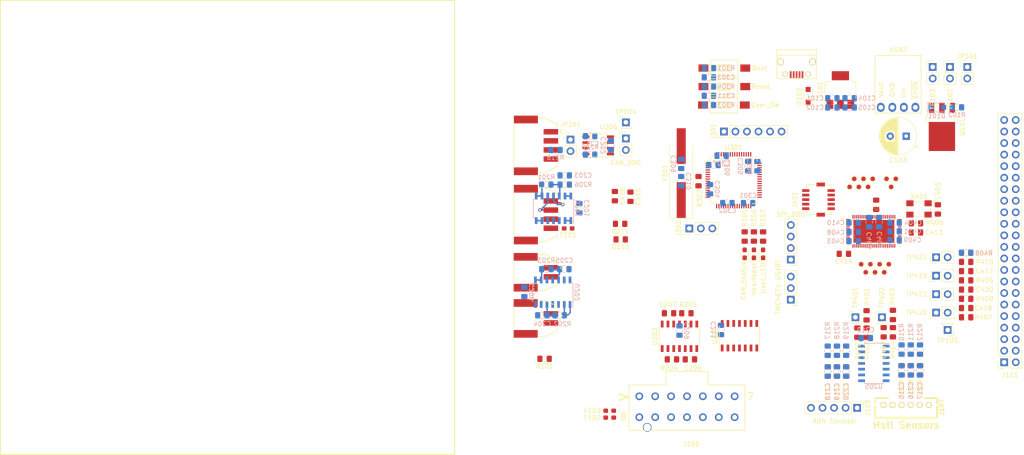
<source format=kicad_pcb>
(kicad_pcb (version 20171130) (host pcbnew "(5.0.0)")
  (layers (0 F.Cu signal) (1 In1.Cu power) (2 In2.Cu power) (31 B.Cu signal) (34 B.Paste user) (35 F.Paste user) (36 B.SilkS user) (37 F.SilkS user) (38 B.Mask user) (39 F.Mask user) (44 Edge.Cuts user))
  (net 0 "")
  (net 1 +5V)
  (net 2 GNDD)
  (net 3 +BATT)
  (net 4 +3V3)
  (net 5 "Net-(C203-Pad1)")
  (net 6 "Net-(C204-Pad1)")
  (net 7 "Net-(C205-Pad1)")
  (net 8 "Net-(C206-Pad1)")
  (net 9 "Net-(C207-Pad1)")
  (net 10 "Net-(C215-Pad1)")
  (net 11 "Net-(C216-Pad1)")
  (net 12 "Net-(C217-Pad1)")
  (net 13 "Net-(C218-Pad1)")
  (net 14 "Net-(C219-Pad1)")
  (net 15 "Net-(C220-Pad1)")
  (net 16 /STM32/Reset)
  (net 17 /STM32/OSC+)
  (net 18 "Net-(C310-Pad1)")
  (net 19 /STM32/User_SW)
  (net 20 "Net-(C311-Pad2)")
  (net 21 /TMC4671/A_Current_Ref)
  (net 22 /TMC4671/B_Current_Ref)
  (net 23 /TMC4671/1v8)
  (net 24 /TMC4671/A_Current)
  (net 25 /TMC4671/B_Current)
  (net 26 /TMC4671/Batt_V)
  (net 27 /Batt_Current)
  (net 28 "Net-(D101-Pad2)")
  (net 29 /V_USB)
  (net 30 /STM32/CAN_Status)
  (net 31 /STM32/Heartbeat)
  (net 32 /STM32/User_LED)
  (net 33 "Net-(F101-Pad2)")
  (net 34 "Net-(F102-Pad1)")
  (net 35 "Net-(F103-Pad1)")
  (net 36 /CAN_L)
  (net 37 /CAN_H)
  (net 38 "Net-(J101-Pad4)")
  (net 39 /Throttle)
  (net 40 /MotorTemp)
  (net 41 /TransistorTemp)
  (net 42 "Net-(J105-Pad4)")
  (net 43 /USB_D+)
  (net 44 /USB_D-)
  (net 45 /A_in2)
  (net 46 /A_in1)
  (net 47 /D_in1)
  (net 48 /D_in2)
  (net 49 /D_in3)
  (net 50 /A_Out1)
  (net 51 /A_Out2)
  (net 52 /D_Out1)
  (net 53 /D_Out2)
  (net 54 /D_in4)
  (net 55 /HallC_in)
  (net 56 /HallA_in)
  (net 57 /HallB_in)
  (net 58 "/IO Protection/CAN_Tx")
  (net 59 "/IO Protection/CAN_Rx")
  (net 60 /ENC_N_in)
  (net 61 /ENC_B_in)
  (net 62 /ENC_A_in)
  (net 63 /TMC4671/~SPI_CS)
  (net 64 /TMC4671/SPI_SCK)
  (net 65 /TMC4671/SPI_MOSI)
  (net 66 /TMC4671/SPI_MISO)
  (net 67 /Vin)
  (net 68 "Net-(J111-Pad4)")
  (net 69 "Net-(J111-Pad5)")
  (net 70 "Net-(J111-Pad6)")
  (net 71 "Net-(J111-Pad7)")
  (net 72 "Net-(J111-Pad8)")
  (net 73 "Net-(J111-Pad9)")
  (net 74 "Net-(J111-Pad10)")
  (net 75 "Net-(J111-Pad11)")
  (net 76 "Net-(J111-Pad12)")
  (net 77 "Net-(J111-Pad13)")
  (net 78 /ADC_I_B)
  (net 79 /ADC_I_A)
  (net 80 /PWM_AL)
  (net 81 /PWM_AH)
  (net 82 /PWM_BL)
  (net 83 /PWM_BH)
  (net 84 /PWM_CL)
  (net 85 /PWM_CH)
  (net 86 /PWM_DL)
  (net 87 /SPI_SS)
  (net 88 "Net-(J111-Pad25)")
  (net 89 /PWM_DH)
  (net 90 /SPI_SCK)
  (net 91 /SPI_MISO)
  (net 92 "Net-(J111-Pad29)")
  (net 93 "Net-(J111-Pad30)")
  (net 94 "Net-(J111-Pad31)")
  (net 95 /SPI_MOSI)
  (net 96 "Net-(J111-Pad33)")
  (net 97 /PWM_Idle_H)
  (net 98 /PWM_Idle_L)
  (net 99 /Brake)
  (net 100 "Net-(J111-Pad37)")
  (net 101 "Net-(J111-Pad38)")
  (net 102 "Net-(J111-Pad39)")
  (net 103 /En_Out)
  (net 104 "Net-(J111-Pad41)")
  (net 105 /STM32/JTCK)
  (net 106 /STM32/JTMS)
  (net 107 /STM32/SWO)
  (net 108 /STM32/USART_Rx)
  (net 109 /STM32/USART_Tx)
  (net 110 /TMC4671/USART_Tx)
  (net 111 /TMC4671/USART_Rx)
  (net 112 "Net-(JP201-Pad2)")
  (net 113 "Net-(R201-Pad2)")
  (net 114 "Net-(R202-Pad2)")
  (net 115 "Net-(R203-Pad2)")
  (net 116 "Net-(R204-Pad2)")
  (net 117 "Net-(R205-Pad2)")
  (net 118 "Net-(R220-Pad2)")
  (net 119 /STM32/Boot)
  (net 120 /STM32/OSC-)
  (net 121 "Net-(R405-Pad2)")
  (net 122 "Net-(TP403-Pad1)")
  (net 123 "Net-(TP404-Pad1)")
  (net 124 "Net-(TP405-Pad1)")
  (net 125 "Net-(TP406-Pad1)")
  (net 126 "Net-(TP407-Pad1)")
  (net 127 "Net-(TP408-Pad1)")
  (net 128 "Net-(TP409-Pad1)")
  (net 129 "Net-(TP410-Pad1)")
  (net 130 "Net-(TP411-Pad1)")
  (net 131 "Net-(TP412-Pad1)")
  (net 132 "Net-(TP413-Pad1)")
  (net 133 "Net-(TP414-Pad1)")
  (net 134 "Net-(TP415-Pad1)")
  (net 135 "Net-(TP416-Pad1)")
  (net 136 "Net-(TP417-Pad1)")
  (net 137 "Net-(TP418-Pad1)")
  (net 138 "Net-(U102-Pad4)")
  (net 139 "/IO Protection/A_Out2")
  (net 140 "/IO Protection/A_Out1")
  (net 141 "/IO Protection/Throttle")
  (net 142 "/IO Protection/MotorTemp")
  (net 143 "/IO Protection/TransistorTemp")
  (net 144 "/IO Protection/A_In2")
  (net 145 "/IO Protection/A_In1")
  (net 146 "/IO Protection/D_In1")
  (net 147 "/IO Protection/D_In2")
  (net 148 "/IO Protection/D_In3")
  (net 149 "/IO Protection/D_In4")
  (net 150 "/IO Protection/D_Out1")
  (net 151 "/IO Protection/D_Out2")
  (net 152 /HallA)
  (net 153 /HallB)
  (net 154 /HallC)
  (net 155 /ENC_A)
  (net 156 /ENC_B)
  (net 157 /ENC_N)
  (net 158 "Net-(U301-Pad3)")
  (net 159 "Net-(U301-Pad4)")
  (net 160 "Net-(U301-Pad8)")
  (net 161 "Net-(U301-Pad9)")
  (net 162 "Net-(U301-Pad10)")
  (net 163 "Net-(U301-Pad11)")
  (net 164 "Net-(U301-Pad25)")
  (net 165 /TMC4671/En_In)
  (net 166 /TMC4671/Status)
  (net 167 "Net-(U301-Pad43)")
  (net 168 "Net-(U301-Pad54)")
  (net 169 "Net-(U301-Pad56)")
  (net 170 "Net-(U301-Pad57)")
  (net 171 "Net-(U301-Pad58)")
  (net 172 "Net-(U301-Pad59)")
  (net 173 /TMC4671/RTMI_SCK)
  (net 174 /TMC4671/RTMI_CS)
  (net 175 "Net-(U401-Pad66)")
  (net 176 "Net-(U401-Pad65)")
  (net 177 "Net-(U401-Pad64)")
  (net 178 /TMC4671/RTMI_TRG)
  (net 179 /TMC4671/RTMI_MISO)
  (net 180 /TMC4671/RTMI_MOSI)
  (net 181 /TMC4671/CLK)
  (net 182 "Net-(X401-Pad1)")
  (net 183 "Net-(J401-Pad2)")
  (net 184 /TMC4671/Batt_I)
  (net 185 "Net-(D301-Pad2)")
  (net 186 "Net-(D302-Pad2)")
  (net 187 "Net-(D303-Pad2)")
  (module Capacitor_SMD:C_0805_2012Metric_Pad1.15x1.40mm_HandSolder (layer B.Cu) (at 236.474 23.901736)
    (fp_text reference C101 (at -3.81 0) (layer B.SilkS) (effects (justify mirror)))
    (fp_text value 4u7)
    (pad 1 smd roundrect (at -1.025 0) (size 1.15 1.4) (layers B.Cu B.Paste B.Mask) (roundrect_rratio 0.217391) (net 1 +5V))
    (pad 2 smd roundrect (at 1.025 0) (size 1.15 1.4) (layers B.Cu B.Paste B.Mask) (roundrect_rratio 0.217391) (net 2 GNDD))
  )
  (module Capacitor_SMD:C_0805_2012Metric_Pad1.15x1.40mm_HandSolder (layer B.Cu) (at 236.474 25.933736)
    (fp_text reference C102 (at -3.81 0) (layer B.SilkS) (effects (justify mirror)))
    (fp_text value 100n)
    (pad 2 smd roundrect (at 1.025 0) (size 1.15 1.4) (layers B.Cu B.Paste B.Mask) (roundrect_rratio 0.217391) (net 2 GNDD))
    (pad 1 smd roundrect (at -1.025 0) (size 1.15 1.4) (layers B.Cu B.Paste B.Mask) (roundrect_rratio 0.217391) (net 1 +5V))
  )
  (module Capacitor_THT:CP_Radial_D8.0mm_P3.50mm (layer F.Cu) (at 252.73 32.258 180)
    (fp_text reference C103 (at 1.75 -5.25 180) (layer F.SilkS))
    (fp_text value 33u)
    (pad 1 thru_hole rect (at 0 0 180) (size 1.6 1.6) (drill 0.8) (layers *.Cu *.Mask) (net 3 +BATT))
    (pad 2 thru_hole circle (at 3.5 0 180) (size 1.6 1.6) (drill 0.8) (layers *.Cu *.Mask) (net 2 GNDD))
  )
  (module Capacitor_SMD:C_0805_2012Metric_Pad1.15x1.40mm_HandSolder (layer B.Cu) (at 240.284 23.901736 180)
    (fp_text reference C104 (at -3.81 0 180) (layer B.SilkS) (effects (justify mirror)))
    (fp_text value 4u7)
    (pad 1 smd roundrect (at -1.025 0 180) (size 1.15 1.4) (layers B.Cu B.Paste B.Mask) (roundrect_rratio 0.217391) (net 4 +3V3))
    (pad 2 smd roundrect (at 1.025 0 180) (size 1.15 1.4) (layers B.Cu B.Paste B.Mask) (roundrect_rratio 0.217391) (net 2 GNDD))
  )
  (module Capacitor_SMD:C_0805_2012Metric_Pad1.15x1.40mm_HandSolder (layer B.Cu) (at 240.284 25.933736 180)
    (fp_text reference C105 (at -3.81 0 180) (layer B.SilkS) (effects (justify mirror)))
    (fp_text value 10u)
    (pad 2 smd roundrect (at 1.025 0 180) (size 1.15 1.4) (layers B.Cu B.Paste B.Mask) (roundrect_rratio 0.217391) (net 2 GNDD))
    (pad 1 smd roundrect (at -1.025 0 180) (size 1.15 1.4) (layers B.Cu B.Paste B.Mask) (roundrect_rratio 0.217391) (net 4 +3V3))
  )
  (module Capacitor_SMD:C_0805_2012Metric_Pad1.15x1.40mm_HandSolder (layer B.Cu) (at 180.771902 48.109907 90)
    (fp_text reference C201 (at 0 1.65 90) (layer B.SilkS) (effects (justify mirror)))
    (fp_text value 100n)
    (pad 1 smd roundrect (at -1.025 0 90) (size 1.15 1.4) (layers B.Cu B.Paste B.Mask) (roundrect_rratio 0.217391) (net 1 +5V))
    (pad 2 smd roundrect (at 1.025 0 90) (size 1.15 1.4) (layers B.Cu B.Paste B.Mask) (roundrect_rratio 0.217391) (net 2 GNDD))
  )
  (module Capacitor_SMD:C_0805_2012Metric_Pad1.15x1.40mm_HandSolder (layer B.Cu) (at 187.706 34.281 270)
    (fp_text reference C202 (at 0 1.65 270) (layer B.SilkS) (effects (justify mirror)))
    (fp_text value 1u)
    (pad 1 smd roundrect (at -1.025 0 270) (size 1.15 1.4) (layers B.Cu B.Paste B.Mask) (roundrect_rratio 0.217391) (net 1 +5V))
    (pad 2 smd roundrect (at 1.025 0 270) (size 1.15 1.4) (layers B.Cu B.Paste B.Mask) (roundrect_rratio 0.217391) (net 2 GNDD))
  )
  (module Capacitor_SMD:C_0805_2012Metric_Pad1.15x1.40mm_HandSolder (layer B.Cu) (at 177.546 40.894)
    (fp_text reference C203 (at 4.064 0) (layer B.SilkS) (effects (justify mirror)))
    (fp_text value 160n)
    (pad 2 smd roundrect (at 1.025 0) (size 1.15 1.4) (layers B.Cu B.Paste B.Mask) (roundrect_rratio 0.217391) (net 2 GNDD))
    (pad 1 smd roundrect (at -1.025 0) (size 1.15 1.4) (layers B.Cu B.Paste B.Mask) (roundrect_rratio 0.217391) (net 5 "Net-(C203-Pad1)"))
  )
  (module Capacitor_SMD:C_0805_2012Metric_Pad1.15x1.40mm_HandSolder (layer B.Cu) (at 172.620221 71.698692 180)
    (fp_text reference C204 (at 0 -1.905 180) (layer B.SilkS) (effects (justify mirror)))
    (fp_text value 100n)
    (pad 1 smd roundrect (at -1.025 0 180) (size 1.15 1.4) (layers B.Cu B.Paste B.Mask) (roundrect_rratio 0.217391) (net 6 "Net-(C204-Pad1)"))
    (pad 2 smd roundrect (at 1.025 0 180) (size 1.15 1.4) (layers B.Cu B.Paste B.Mask) (roundrect_rratio 0.217391) (net 2 GNDD))
  )
  (module Capacitor_SMD:C_0805_2012Metric_Pad1.15x1.40mm_HandSolder (layer B.Cu) (at 177.455221 61.538692)
    (fp_text reference C205 (at 0 -1.905) (layer B.SilkS) (effects (justify mirror)))
    (fp_text value 100n)
    (pad 2 smd roundrect (at 1.025 0) (size 1.15 1.4) (layers B.Cu B.Paste B.Mask) (roundrect_rratio 0.217391) (net 2 GNDD))
    (pad 1 smd roundrect (at -1.025 0) (size 1.15 1.4) (layers B.Cu B.Paste B.Mask) (roundrect_rratio 0.217391) (net 7 "Net-(C205-Pad1)"))
  )
  (module Capacitor_SMD:C_0805_2012Metric_Pad1.15x1.40mm_HandSolder (layer F.Cu) (at 205.114 81.407)
    (fp_text reference C206 (at 0.635 1.905) (layer F.SilkS))
    (fp_text value 100n)
    (pad 1 smd roundrect (at -1.025 0) (size 1.15 1.4) (layers F.Cu F.Paste F.Mask) (roundrect_rratio 0.217391) (net 8 "Net-(C206-Pad1)"))
    (pad 2 smd roundrect (at 1.025 0) (size 1.15 1.4) (layers F.Cu F.Paste F.Mask) (roundrect_rratio 0.217391) (net 2 GNDD))
  )
  (module Capacitor_SMD:C_0805_2012Metric_Pad1.15x1.40mm_HandSolder (layer F.Cu) (at 200.524 71.247 180)
    (fp_text reference C207 (at 0.245 1.905 180) (layer F.SilkS))
    (fp_text value 100n)
    (pad 1 smd roundrect (at -1.025 0 180) (size 1.15 1.4) (layers F.Cu F.Paste F.Mask) (roundrect_rratio 0.217391) (net 9 "Net-(C207-Pad1)"))
    (pad 2 smd roundrect (at 1.025 0 180) (size 1.15 1.4) (layers F.Cu F.Paste F.Mask) (roundrect_rratio 0.217391) (net 2 GNDD))
  )
  (module Capacitor_SMD:C_0805_2012Metric_Pad1.15x1.40mm_HandSolder (layer B.Cu) (at 168.656 66.548 90)
    (fp_text reference C208 (at 0 1.65 90) (layer B.SilkS) (effects (justify mirror)))
    (fp_text value 100n)
    (pad 2 smd roundrect (at 1.025 0 90) (size 1.15 1.4) (layers B.Cu B.Paste B.Mask) (roundrect_rratio 0.217391) (net 2 GNDD))
    (pad 1 smd roundrect (at -1.025 0 90) (size 1.15 1.4) (layers B.Cu B.Paste B.Mask) (roundrect_rratio 0.217391) (net 4 +3V3))
  )
  (module Capacitor_SMD:C_0805_2012Metric_Pad1.15x1.40mm_HandSolder (layer B.Cu) (at 202.819 75.057 90)
    (fp_text reference C209 (at 0 1.65 90) (layer B.SilkS) (effects (justify mirror)))
    (fp_text value 100n)
    (pad 1 smd roundrect (at -1.025 0 90) (size 1.15 1.4) (layers B.Cu B.Paste B.Mask) (roundrect_rratio 0.217391) (net 4 +3V3))
    (pad 2 smd roundrect (at 1.025 0 90) (size 1.15 1.4) (layers B.Cu B.Paste B.Mask) (roundrect_rratio 0.217391) (net 2 GNDD))
  )
  (module Capacitor_SMD:C_0805_2012Metric_Pad1.15x1.40mm_HandSolder (layer B.Cu) (at 243.84 76.708)
    (fp_text reference C210 (at -0.009 -1.778) (layer B.SilkS) (effects (justify mirror)))
    (fp_text value 100n)
    (pad 2 smd roundrect (at 1.025 0) (size 1.15 1.4) (layers B.Cu B.Paste B.Mask) (roundrect_rratio 0.217391) (net 2 GNDD))
    (pad 1 smd roundrect (at -1.025 0) (size 1.15 1.4) (layers B.Cu B.Paste B.Mask) (roundrect_rratio 0.217391) (net 4 +3V3))
  )
  (module Capacitor_SMD:C_0805_2012Metric_Pad1.15x1.40mm_HandSolder (layer B.Cu) (at 211.963 74.93 270)
    (fp_text reference C211 (at 0 1.65 270) (layer B.SilkS) (effects (justify mirror)))
    (fp_text value 100n)
    (pad 2 smd roundrect (at 1.025 0 270) (size 1.15 1.4) (layers B.Cu B.Paste B.Mask) (roundrect_rratio 0.217391) (net 2 GNDD))
    (pad 1 smd roundrect (at -1.025 0 270) (size 1.15 1.4) (layers B.Cu B.Paste B.Mask) (roundrect_rratio 0.217391) (net 4 +3V3))
  )
  (module Capacitor_SMD:C_0805_2012Metric_Pad1.15x1.40mm_HandSolder (layer B.Cu) (at 183.143 32.258)
    (fp_text reference C212 (at 0 1.65) (layer B.SilkS) (effects (justify mirror)))
    (fp_text value 1u)
    (pad 2 smd roundrect (at 1.025 0) (size 1.15 1.4) (layers B.Cu B.Paste B.Mask) (roundrect_rratio 0.217391) (net 2 GNDD))
    (pad 1 smd roundrect (at -1.025 0) (size 1.15 1.4) (layers B.Cu B.Paste B.Mask) (roundrect_rratio 0.217391) (net 4 +3V3))
  )
  (module Capacitor_SMD:C_0805_2012Metric_Pad1.15x1.40mm_HandSolder (layer F.Cu) (at 189.865 54.991 180)
    (fp_text reference C213 (at 0 -1.65 180) (layer F.SilkS))
    (fp_text value 1u)
    (pad 2 smd roundrect (at 1.025 0 180) (size 1.15 1.4) (layers F.Cu F.Paste F.Mask) (roundrect_rratio 0.217391) (net 2 GNDD))
    (pad 1 smd roundrect (at -1.025 0 180) (size 1.15 1.4) (layers F.Cu F.Paste F.Mask) (roundrect_rratio 0.217391) (net 4 +3V3))
  )
  (module Capacitor_SMD:C_0805_2012Metric_Pad1.15x1.40mm_HandSolder (layer F.Cu) (at 189.747 51.562 180)
    (fp_text reference C214 (at 0 -1.65 180) (layer F.SilkS))
    (fp_text value 10u)
    (pad 1 smd roundrect (at -1.025 0 180) (size 1.15 1.4) (layers F.Cu F.Paste F.Mask) (roundrect_rratio 0.217391) (net 4 +3V3))
    (pad 2 smd roundrect (at 1.025 0 180) (size 1.15 1.4) (layers F.Cu F.Paste F.Mask) (roundrect_rratio 0.217391) (net 2 GNDD))
  )
  (module Capacitor_SMD:C_0805_2012Metric_Pad1.15x1.40mm_HandSolder (layer B.Cu) (at 251.714 83.82 270)
    (fp_text reference C215 (at 4.445 0 270) (layer B.SilkS) (effects (justify mirror)))
    (fp_text value 100n)
    (pad 1 smd roundrect (at -1.025 0 270) (size 1.15 1.4) (layers B.Cu B.Paste B.Mask) (roundrect_rratio 0.217391) (net 10 "Net-(C215-Pad1)"))
    (pad 2 smd roundrect (at 1.025 0 270) (size 1.15 1.4) (layers B.Cu B.Paste B.Mask) (roundrect_rratio 0.217391) (net 2 GNDD))
  )
  (module Capacitor_SMD:C_0805_2012Metric_Pad1.15x1.40mm_HandSolder (layer B.Cu) (at 253.746 83.82 270)
    (fp_text reference C216 (at 4.445 0 270) (layer B.SilkS) (effects (justify mirror)))
    (fp_text value 100n)
    (pad 2 smd roundrect (at 1.025 0 270) (size 1.15 1.4) (layers B.Cu B.Paste B.Mask) (roundrect_rratio 0.217391) (net 2 GNDD))
    (pad 1 smd roundrect (at -1.025 0 270) (size 1.15 1.4) (layers B.Cu B.Paste B.Mask) (roundrect_rratio 0.217391) (net 11 "Net-(C216-Pad1)"))
  )
  (module Capacitor_SMD:C_0805_2012Metric_Pad1.15x1.40mm_HandSolder (layer B.Cu) (at 255.778 83.82 270)
    (fp_text reference C217 (at 4.445 0 270) (layer B.SilkS) (effects (justify mirror)))
    (fp_text value 100n)
    (pad 1 smd roundrect (at -1.025 0 270) (size 1.15 1.4) (layers B.Cu B.Paste B.Mask) (roundrect_rratio 0.217391) (net 12 "Net-(C217-Pad1)"))
    (pad 2 smd roundrect (at 1.025 0 270) (size 1.15 1.4) (layers B.Cu B.Paste B.Mask) (roundrect_rratio 0.217391) (net 2 GNDD))
  )
  (module Capacitor_SMD:C_0805_2012Metric_Pad1.15x1.40mm_HandSolder (layer B.Cu) (at 235.458 84.074 270)
    (fp_text reference C218 (at 4.445 0 270) (layer B.SilkS) (effects (justify mirror)))
    (fp_text value 100n)
    (pad 1 smd roundrect (at -1.025 0 270) (size 1.15 1.4) (layers B.Cu B.Paste B.Mask) (roundrect_rratio 0.217391) (net 13 "Net-(C218-Pad1)"))
    (pad 2 smd roundrect (at 1.025 0 270) (size 1.15 1.4) (layers B.Cu B.Paste B.Mask) (roundrect_rratio 0.217391) (net 2 GNDD))
  )
  (module Capacitor_SMD:C_0805_2012Metric_Pad1.15x1.40mm_HandSolder (layer B.Cu) (at 237.49 84.074 270)
    (fp_text reference C219 (at 4.445 0 270) (layer B.SilkS) (effects (justify mirror)))
    (fp_text value 100n)
    (pad 2 smd roundrect (at 1.025 0 270) (size 1.15 1.4) (layers B.Cu B.Paste B.Mask) (roundrect_rratio 0.217391) (net 2 GNDD))
    (pad 1 smd roundrect (at -1.025 0 270) (size 1.15 1.4) (layers B.Cu B.Paste B.Mask) (roundrect_rratio 0.217391) (net 14 "Net-(C219-Pad1)"))
  )
  (module Capacitor_SMD:C_0805_2012Metric_Pad1.15x1.40mm_HandSolder (layer B.Cu) (at 239.522 84.074 270)
    (fp_text reference C220 (at 4.445 0 270) (layer B.SilkS) (effects (justify mirror)))
    (fp_text value 100n)
    (pad 1 smd roundrect (at -1.025 0 270) (size 1.15 1.4) (layers B.Cu B.Paste B.Mask) (roundrect_rratio 0.217391) (net 15 "Net-(C220-Pad1)"))
    (pad 2 smd roundrect (at 1.025 0 270) (size 1.15 1.4) (layers B.Cu B.Paste B.Mask) (roundrect_rratio 0.217391) (net 2 GNDD))
  )
  (module Capacitor_SMD:C_0805_2012Metric_Pad1.15x1.40mm_HandSolder (layer B.Cu) (at 217.932 46.99 180)
    (fp_text reference C301 (at 0 1.65 180) (layer B.SilkS) (effects (justify mirror)))
    (fp_text value 100n)
    (pad 2 smd roundrect (at 1.025 0 180) (size 1.15 1.4) (layers B.Cu B.Paste B.Mask) (roundrect_rratio 0.217391) (net 2 GNDD))
    (pad 1 smd roundrect (at -1.025 0 180) (size 1.15 1.4) (layers B.Cu B.Paste B.Mask) (roundrect_rratio 0.217391) (net 4 +3V3))
  )
  (module Capacitor_SMD:C_0805_2012Metric_Pad1.15x1.40mm_HandSolder (layer B.Cu) (at 213.36 46.99)
    (fp_text reference C302 (at 0 1.65) (layer B.SilkS) (effects (justify mirror)))
    (fp_text value 100n)
    (pad 1 smd roundrect (at -1.025 0) (size 1.15 1.4) (layers B.Cu B.Paste B.Mask) (roundrect_rratio 0.217391) (net 4 +3V3))
    (pad 2 smd roundrect (at 1.025 0) (size 1.15 1.4) (layers B.Cu B.Paste B.Mask) (roundrect_rratio 0.217391) (net 2 GNDD))
  )
  (module Capacitor_SMD:C_0805_2012Metric_Pad1.15x1.40mm_HandSolder (layer B.Cu) (at 209.296 19.304)
    (fp_text reference C303 (at 3.81 0) (layer B.SilkS) (effects (justify mirror)))
    (fp_text value 100n)
    (pad 2 smd roundrect (at 1.025 0) (size 1.15 1.4) (layers B.Cu B.Paste B.Mask) (roundrect_rratio 0.217391) (net 2 GNDD))
    (pad 1 smd roundrect (at -1.025 0) (size 1.15 1.4) (layers B.Cu B.Paste B.Mask) (roundrect_rratio 0.217391) (net 16 /STM32/Reset))
  )
  (module Capacitor_SMD:C_0805_2012Metric_Pad1.15x1.40mm_HandSolder (layer B.Cu) (at 209.55 43.942 90)
    (fp_text reference C304 (at 0 1.65 90) (layer B.SilkS) (effects (justify mirror)))
    (fp_text value 100n)
    (pad 1 smd roundrect (at -1.025 0 90) (size 1.15 1.4) (layers B.Cu B.Paste B.Mask) (roundrect_rratio 0.217391) (net 4 +3V3))
    (pad 2 smd roundrect (at 1.025 0 90) (size 1.15 1.4) (layers B.Cu B.Paste B.Mask) (roundrect_rratio 0.217391) (net 2 GNDD))
  )
  (module Capacitor_SMD:C_0805_2012Metric_Pad1.15x1.40mm_HandSolder (layer B.Cu) (at 217.932 38.862 270)
    (fp_text reference C305 (at 0 1.65 270) (layer B.SilkS) (effects (justify mirror)))
    (fp_text value 100n)
    (pad 2 smd roundrect (at 1.025 0 270) (size 1.15 1.4) (layers B.Cu B.Paste B.Mask) (roundrect_rratio 0.217391) (net 2 GNDD))
    (pad 1 smd roundrect (at -1.025 0 270) (size 1.15 1.4) (layers B.Cu B.Paste B.Mask) (roundrect_rratio 0.217391) (net 4 +3V3))
  )
  (module Capacitor_SMD:C_0805_2012Metric_Pad1.15x1.40mm_HandSolder (layer B.Cu) (at 210.312 38.608)
    (fp_text reference C306 (at 3.048 0.508 270) (layer B.SilkS) (effects (justify mirror)))
    (fp_text value 4u7)
    (pad 1 smd roundrect (at -1.025 0) (size 1.15 1.4) (layers B.Cu B.Paste B.Mask) (roundrect_rratio 0.217391) (net 4 +3V3))
    (pad 2 smd roundrect (at 1.025 0) (size 1.15 1.4) (layers B.Cu B.Paste B.Mask) (roundrect_rratio 0.217391) (net 2 GNDD))
  )
  (module Capacitor_SMD:C_0805_2012Metric_Pad1.15x1.40mm_HandSolder (layer B.Cu) (at 212.09 36.576)
    (fp_text reference C307 (at 0 1.65) (layer B.SilkS) (effects (justify mirror)))
    (fp_text value 1u)
    (pad 1 smd roundrect (at -1.025 0) (size 1.15 1.4) (layers B.Cu B.Paste B.Mask) (roundrect_rratio 0.217391) (net 4 +3V3))
    (pad 2 smd roundrect (at 1.025 0) (size 1.15 1.4) (layers B.Cu B.Paste B.Mask) (roundrect_rratio 0.217391) (net 2 GNDD))
  )
  (module Capacitor_SMD:C_0805_2012Metric_Pad1.15x1.40mm_HandSolder (layer B.Cu) (at 219.964 38.862 270)
    (fp_text reference C308 (at 0 1.65 270) (layer B.SilkS) (effects (justify mirror)))
    (fp_text value 10n)
    (pad 2 smd roundrect (at 1.025 0 270) (size 1.15 1.4) (layers B.Cu B.Paste B.Mask) (roundrect_rratio 0.217391) (net 2 GNDD))
    (pad 1 smd roundrect (at -1.025 0 270) (size 1.15 1.4) (layers B.Cu B.Paste B.Mask) (roundrect_rratio 0.217391) (net 4 +3V3))
  )
  (module Capacitor_SMD:C_0805_2012Metric_Pad1.15x1.40mm_HandSolder (layer B.Cu) (at 203.2 38.354 270)
    (fp_text reference C309 (at 0 1.65 270) (layer B.SilkS) (effects (justify mirror)))
    (fp_text value 26pf)
    (pad 2 smd roundrect (at 1.025 0 270) (size 1.15 1.4) (layers B.Cu B.Paste B.Mask) (roundrect_rratio 0.217391) (net 2 GNDD))
    (pad 1 smd roundrect (at -1.025 0 270) (size 1.15 1.4) (layers B.Cu B.Paste B.Mask) (roundrect_rratio 0.217391) (net 17 /STM32/OSC+))
  )
  (module Capacitor_SMD:C_0805_2012Metric_Pad1.15x1.40mm_HandSolder (layer B.Cu) (at 203.2 42.164 90)
    (fp_text reference C310 (at 0 1.65 90) (layer B.SilkS) (effects (justify mirror)))
    (fp_text value 26pf)
    (pad 1 smd roundrect (at -1.025 0 90) (size 1.15 1.4) (layers B.Cu B.Paste B.Mask) (roundrect_rratio 0.217391) (net 18 "Net-(C310-Pad1)"))
    (pad 2 smd roundrect (at 1.025 0 90) (size 1.15 1.4) (layers B.Cu B.Paste B.Mask) (roundrect_rratio 0.217391) (net 2 GNDD))
  )
  (module Capacitor_SMD:C_0805_2012Metric_Pad1.15x1.40mm_HandSolder (layer B.Cu) (at 209.296 23.368 180)
    (fp_text reference C311 (at -3.81 0 180) (layer B.SilkS) (effects (justify mirror)))
    (fp_text value 100n)
    (pad 1 smd roundrect (at -1.025 0 180) (size 1.15 1.4) (layers B.Cu B.Paste B.Mask) (roundrect_rratio 0.217391) (net 19 /STM32/User_SW))
    (pad 2 smd roundrect (at 1.025 0 180) (size 1.15 1.4) (layers B.Cu B.Paste B.Mask) (roundrect_rratio 0.217391) (net 20 "Net-(C311-Pad2)"))
  )
  (module Capacitor_SMD:C_0805_2012Metric_Pad1.15x1.40mm_HandSolder (layer B.Cu) (at 246.761 51.181 270)
    (fp_text reference C401 (at 3.937 -0.127 270) (layer B.SilkS) (effects (justify mirror)))
    (fp_text value 100n)
    (pad 1 smd roundrect (at -1.025 0 270) (size 1.15 1.4) (layers B.Cu B.Paste B.Mask) (roundrect_rratio 0.217391) (net 4 +3V3))
    (pad 2 smd roundrect (at 1.025 0 270) (size 1.15 1.4) (layers B.Cu B.Paste B.Mask) (roundrect_rratio 0.217391) (net 2 GNDD))
  )
  (module Capacitor_SMD:C_0805_2012Metric_Pad1.15x1.40mm_HandSolder (layer F.Cu) (at 244.012472 75.516015 270)
    (fp_text reference C402 (at 4.064 0 270) (layer F.SilkS))
    (fp_text value 100n)
    (pad 1 smd roundrect (at -1.025 0 270) (size 1.15 1.4) (layers F.Cu F.Paste F.Mask) (roundrect_rratio 0.217391) (net 21 /TMC4671/A_Current_Ref))
    (pad 2 smd roundrect (at 1.025 0 270) (size 1.15 1.4) (layers F.Cu F.Paste F.Mask) (roundrect_rratio 0.217391) (net 2 GNDD))
  )
  (module Capacitor_SMD:C_0805_2012Metric_Pad1.15x1.40mm_HandSolder (layer B.Cu) (at 241.173 55.372)
    (fp_text reference C403 (at -3.937 0) (layer B.SilkS) (effects (justify mirror)))
    (fp_text value 100n)
    (pad 2 smd roundrect (at 1.025 0) (size 1.15 1.4) (layers B.Cu B.Paste B.Mask) (roundrect_rratio 0.217391) (net 2 GNDD))
    (pad 1 smd roundrect (at -1.025 0) (size 1.15 1.4) (layers B.Cu B.Paste B.Mask) (roundrect_rratio 0.217391) (net 4 +3V3))
  )
  (module Capacitor_SMD:C_0805_2012Metric_Pad1.15x1.40mm_HandSolder (layer B.Cu) (at 250.19 51.308 180)
    (fp_text reference C404 (at -4.064 0 180) (layer B.SilkS) (effects (justify mirror)))
    (fp_text value 100n)
    (pad 1 smd roundrect (at -1.025 0 180) (size 1.15 1.4) (layers B.Cu B.Paste B.Mask) (roundrect_rratio 0.217391) (net 4 +3V3))
    (pad 2 smd roundrect (at 1.025 0 180) (size 1.15 1.4) (layers B.Cu B.Paste B.Mask) (roundrect_rratio 0.217391) (net 2 GNDD))
  )
  (module Capacitor_SMD:C_0805_2012Metric_Pad1.15x1.40mm_HandSolder (layer F.Cu) (at 259.715 48.387 90)
    (fp_text reference C405 (at 4.064 0 90) (layer F.SilkS))
    (fp_text value 100n)
    (pad 2 smd roundrect (at 1.025 0 90) (size 1.15 1.4) (layers F.Cu F.Paste F.Mask) (roundrect_rratio 0.217391) (net 2 GNDD))
    (pad 1 smd roundrect (at -1.025 0 90) (size 1.15 1.4) (layers F.Cu F.Paste F.Mask) (roundrect_rratio 0.217391) (net 4 +3V3))
  )
  (module Capacitor_SMD:C_0805_2012Metric_Pad1.15x1.40mm_HandSolder (layer B.Cu) (at 244.602 51.181 270)
    (fp_text reference C406 (at 4.064 0 270) (layer B.SilkS) (effects (justify mirror)))
    (fp_text value 100n)
    (pad 2 smd roundrect (at 1.025 0 270) (size 1.15 1.4) (layers B.Cu B.Paste B.Mask) (roundrect_rratio 0.217391) (net 2 GNDD))
    (pad 1 smd roundrect (at -1.025 0 270) (size 1.15 1.4) (layers B.Cu B.Paste B.Mask) (roundrect_rratio 0.217391) (net 4 +3V3))
  )
  (module Capacitor_SMD:C_0805_2012Metric_Pad1.15x1.40mm_HandSolder (layer F.Cu) (at 247.777 75.438 270)
    (fp_text reference C407 (at 3.937 0 270) (layer F.SilkS))
    (fp_text value 100n)
    (pad 2 smd roundrect (at 1.025 0 270) (size 1.15 1.4) (layers F.Cu F.Paste F.Mask) (roundrect_rratio 0.217391) (net 2 GNDD))
    (pad 1 smd roundrect (at -1.025 0 270) (size 1.15 1.4) (layers F.Cu F.Paste F.Mask) (roundrect_rratio 0.217391) (net 22 /TMC4671/B_Current_Ref))
  )
  (module Capacitor_SMD:C_0805_2012Metric_Pad1.15x1.40mm_HandSolder (layer B.Cu) (at 241.182 53.34)
    (fp_text reference C408 (at -3.946 0.127) (layer B.SilkS) (effects (justify mirror)))
    (fp_text value 100n)
    (pad 1 smd roundrect (at -1.025 0) (size 1.15 1.4) (layers B.Cu B.Paste B.Mask) (roundrect_rratio 0.217391) (net 4 +3V3))
    (pad 2 smd roundrect (at 1.025 0) (size 1.15 1.4) (layers B.Cu B.Paste B.Mask) (roundrect_rratio 0.217391) (net 2 GNDD))
  )
  (module Capacitor_SMD:C_0805_2012Metric_Pad1.15x1.40mm_HandSolder (layer B.Cu) (at 250.19 55.118 180)
    (fp_text reference C409 (at -3.937 0 180) (layer B.SilkS) (effects (justify mirror)))
    (fp_text value 100n)
    (pad 1 smd roundrect (at -1.025 0 180) (size 1.15 1.4) (layers B.Cu B.Paste B.Mask) (roundrect_rratio 0.217391) (net 4 +3V3))
    (pad 2 smd roundrect (at 1.025 0 180) (size 1.15 1.4) (layers B.Cu B.Paste B.Mask) (roundrect_rratio 0.217391) (net 2 GNDD))
  )
  (module Capacitor_SMD:C_0805_2012Metric_Pad1.15x1.40mm_HandSolder (layer B.Cu) (at 241.173 51.308)
    (fp_text reference C410 (at -3.937 0) (layer B.SilkS) (effects (justify mirror)))
    (fp_text value 470n)
    (pad 2 smd roundrect (at 1.025 0) (size 1.15 1.4) (layers B.Cu B.Paste B.Mask) (roundrect_rratio 0.217391) (net 2 GNDD))
    (pad 1 smd roundrect (at -1.025 0) (size 1.15 1.4) (layers B.Cu B.Paste B.Mask) (roundrect_rratio 0.217391) (net 4 +3V3))
  )
  (module Capacitor_SMD:C_0805_2012Metric_Pad1.15x1.40mm_HandSolder (layer B.Cu) (at 250.19 53.213 180)
    (fp_text reference C411 (at -3.937 0 180) (layer B.SilkS) (effects (justify mirror)))
    (fp_text value 4u7)
    (pad 2 smd roundrect (at 1.025 0 180) (size 1.15 1.4) (layers B.Cu B.Paste B.Mask) (roundrect_rratio 0.217391) (net 2 GNDD))
    (pad 1 smd roundrect (at -1.025 0 180) (size 1.15 1.4) (layers B.Cu B.Paste B.Mask) (roundrect_rratio 0.217391) (net 4 +3V3))
  )
  (module Capacitor_SMD:C_0805_2012Metric_Pad1.15x1.40mm_HandSolder (layer F.Cu) (at 246.126 47.371 90)
    (fp_text reference C412 hide)
    (fp_text value 100n)
    (pad 2 smd roundrect (at 1.025 0 90) (size 1.15 1.4) (layers F.Cu F.Paste F.Mask) (roundrect_rratio 0.217391) (net 2 GNDD))
    (pad 1 smd roundrect (at -1.025 0 90) (size 1.15 1.4) (layers F.Cu F.Paste F.Mask) (roundrect_rratio 0.217391) (net 23 /TMC4671/1v8))
  )
  (module Capacitor_SMD:C_0805_2012Metric_Pad1.15x1.40mm_HandSolder (layer F.Cu) (at 254.889 53.467)
    (fp_text reference C413 (at 3.937 0) (layer F.SilkS))
    (fp_text value 100n)
    (pad 1 smd roundrect (at -1.025 0) (size 1.15 1.4) (layers F.Cu F.Paste F.Mask) (roundrect_rratio 0.217391) (net 23 /TMC4671/1v8))
    (pad 2 smd roundrect (at 1.025 0) (size 1.15 1.4) (layers F.Cu F.Paste F.Mask) (roundrect_rratio 0.217391) (net 2 GNDD))
  )
  (module Capacitor_SMD:C_0805_2012Metric_Pad1.15x1.40mm_HandSolder (layer F.Cu) (at 239.014 58.166 180)
    (fp_text reference C414 (at 0 -1.65 180) (layer F.SilkS))
    (fp_text value 100n)
    (pad 2 smd roundrect (at 1.025 0 180) (size 1.15 1.4) (layers F.Cu F.Paste F.Mask) (roundrect_rratio 0.217391) (net 2 GNDD))
    (pad 1 smd roundrect (at -1.025 0 180) (size 1.15 1.4) (layers F.Cu F.Paste F.Mask) (roundrect_rratio 0.217391) (net 23 /TMC4671/1v8))
  )
  (module Capacitor_SMD:C_0805_2012Metric_Pad1.15x1.40mm_HandSolder (layer F.Cu) (at 192.024 45.593 270)
    (fp_text reference C415 (at 0 -1.65 270) (layer F.SilkS))
    (fp_text value 100n)
    (pad 1 smd roundrect (at -1.025 0 270) (size 1.15 1.4) (layers F.Cu F.Paste F.Mask) (roundrect_rratio 0.217391) (net 1 +5V))
    (pad 2 smd roundrect (at 1.025 0 270) (size 1.15 1.4) (layers F.Cu F.Paste F.Mask) (roundrect_rratio 0.217391) (net 2 GNDD))
  )
  (module Capacitor_SMD:C_0805_2012Metric_Pad1.15x1.40mm_HandSolder (layer F.Cu) (at 188.595 45.466 270)
    (fp_text reference C416 (at 0 -1.65 270) (layer F.SilkS))
    (fp_text value 4u7)
    (pad 2 smd roundrect (at 1.025 0 270) (size 1.15 1.4) (layers F.Cu F.Paste F.Mask) (roundrect_rratio 0.217391) (net 2 GNDD))
    (pad 1 smd roundrect (at -1.025 0 270) (size 1.15 1.4) (layers F.Cu F.Paste F.Mask) (roundrect_rratio 0.217391) (net 1 +5V))
  )
  (module Capacitor_SMD:C_0805_2012Metric_Pad1.15x1.40mm_HandSolder (layer F.Cu) (at 265.938 61.976)
    (fp_text reference C417 (at 4.064 0) (layer F.SilkS))
    (fp_text value 100n)
    (pad 1 smd roundrect (at -1.025 0) (size 1.15 1.4) (layers F.Cu F.Paste F.Mask) (roundrect_rratio 0.217391) (net 24 /TMC4671/A_Current))
    (pad 2 smd roundrect (at 1.025 0) (size 1.15 1.4) (layers F.Cu F.Paste F.Mask) (roundrect_rratio 0.217391) (net 2 GNDD))
  )
  (module Capacitor_SMD:C_0805_2012Metric_Pad1.15x1.40mm_HandSolder (layer F.Cu) (at 265.938 70.104)
    (fp_text reference C418 (at 3.81 0) (layer F.SilkS))
    (fp_text value 100n)
    (pad 1 smd roundrect (at -1.025 0) (size 1.15 1.4) (layers F.Cu F.Paste F.Mask) (roundrect_rratio 0.217391) (net 25 /TMC4671/B_Current))
    (pad 2 smd roundrect (at 1.025 0) (size 1.15 1.4) (layers F.Cu F.Paste F.Mask) (roundrect_rratio 0.217391) (net 2 GNDD))
  )
  (module Capacitor_SMD:C_0805_2012Metric_Pad1.15x1.40mm_HandSolder (layer F.Cu) (at 265.938 57.912)
    (fp_text reference C419 (at 3.937 0) (layer F.SilkS))
    (fp_text value 10n)
    (pad 2 smd roundrect (at 1.025 0) (size 1.15 1.4) (layers F.Cu F.Paste F.Mask) (roundrect_rratio 0.217391) (net 2 GNDD))
    (pad 1 smd roundrect (at -1.025 0) (size 1.15 1.4) (layers F.Cu F.Paste F.Mask) (roundrect_rratio 0.217391) (net 26 /TMC4671/Batt_V))
  )
  (module Capacitor_SMD:C_0805_2012Metric_Pad1.15x1.40mm_HandSolder (layer F.Cu) (at 265.938 66.04)
    (fp_text reference C420 (at 4.064 0) (layer F.SilkS))
    (fp_text value 100n)
    (pad 2 smd roundrect (at 1.025 0) (size 1.15 1.4) (layers F.Cu F.Paste F.Mask) (roundrect_rratio 0.217391) (net 2 GNDD))
    (pad 1 smd roundrect (at -1.025 0) (size 1.15 1.4) (layers F.Cu F.Paste F.Mask) (roundrect_rratio 0.217391) (net 184 /TMC4671/Batt_I))
  )
  (module Diode_SMD:D_SOD-123F (layer B.Cu) (at 259.588 25.908)
    (fp_text reference D101 (at -0.127 1.905) (layer B.SilkS) (effects (justify mirror)))
    (fp_text value "18V Zener")
    (pad 2 smd rect (at 1.4 0) (size 1.1 1.1) (layers B.Cu B.Paste B.Mask) (net 28 "Net-(D101-Pad2)"))
    (pad 1 smd rect (at -1.4 0) (size 1.1 1.1) (layers B.Cu B.Paste B.Mask) (net 3 +BATT))
  )
  (module Diode_SMD:D_SOD-123F (layer F.Cu) (at 231.14 23.368 90)
    (fp_text reference D102 (at -0.127 -1.905 90) (layer F.SilkS))
    (fp_text value D_USB)
    (pad 1 smd rect (at -1.4 0 90) (size 1.1 1.1) (layers F.Cu F.Paste F.Mask) (net 1 +5V))
    (pad 2 smd rect (at 1.4 0 90) (size 1.1 1.1) (layers F.Cu F.Paste F.Mask) (net 29 /V_USB))
  )
  (module LED_SMD:LED_0603_1608Metric_Pad1.05x0.95mm_HandSolder (layer F.Cu) (at 217.17 58.166 90)
    (fp_text reference D301 hide)
    (fp_text value CAN_Status (at -5.93254 -0.254 90) (layer F.SilkS))
    (pad 1 smd roundrect (at -0.875 0 90) (size 1.05 0.95) (layers F.Cu F.Paste F.Mask) (net 2 GNDD))
    (pad 2 smd roundrect (at 0.875 0 90) (size 1.05 0.95) (layers F.Cu F.Paste F.Mask) (net 185 "Net-(D301-Pad2)"))
  )
  (module LED_SMD:LED_0603_1608Metric_Pad1.05x0.95mm_HandSolder (layer F.Cu) (at 219.202 58.166 90)
    (fp_text reference D302 hide)
    (fp_text value Heartbeat (at -5.588 0 90) (layer F.SilkS))
    (pad 1 smd roundrect (at -0.875 0 90) (size 1.05 0.95) (layers F.Cu F.Paste F.Mask) (net 2 GNDD))
    (pad 2 smd roundrect (at 0.875 0 90) (size 1.05 0.95) (layers F.Cu F.Paste F.Mask) (net 186 "Net-(D302-Pad2)"))
  )
  (module LED_SMD:LED_0603_1608Metric_Pad1.05x0.95mm_HandSolder (layer F.Cu) (at 221.234 58.166 90)
    (fp_text reference D303 hide)
    (fp_text value User_LED (at -5.334 0 90) (layer F.SilkS))
    (pad 2 smd roundrect (at 0.875 0 90) (size 1.05 0.95) (layers F.Cu F.Paste F.Mask) (net 187 "Net-(D303-Pad2)"))
    (pad 1 smd roundrect (at -0.875 0 90) (size 1.05 0.95) (layers F.Cu F.Paste F.Mask) (net 2 GNDD))
  )
  (module Fuse:Fuse_0603_1608Metric_Pad1.05x0.95mm_HandSolder (layer F.Cu) (at 178.308 52.578 180)
    (fp_text reference F101 (at 0 -1.43 180) (layer F.SilkS))
    (fp_text value "50mA PTC")
    (pad 2 smd roundrect (at 0.875 0 180) (size 1.05 0.95) (layers F.Cu F.Paste F.Mask) (net 33 "Net-(F101-Pad2)"))
    (pad 1 smd roundrect (at -0.875 0 180) (size 1.05 0.95) (layers F.Cu F.Paste F.Mask) (net 1 +5V))
  )
  (module Fuse:Fuse_0603_1608Metric_Pad1.05x0.95mm_HandSolder (layer F.Cu) (at 187.452 94.234 180)
    (fp_text reference F102 (at 3.81 0 180) (layer F.SilkS))
    (fp_text value "50mA PTC")
    (pad 1 smd roundrect (at -0.875 0 180) (size 1.05 0.95) (layers F.Cu F.Paste F.Mask) (net 34 "Net-(F102-Pad1)"))
    (pad 2 smd roundrect (at 0.875 0 180) (size 1.05 0.95) (layers F.Cu F.Paste F.Mask) (net 1 +5V))
  )
  (module Fuse:Fuse_0603_1608Metric_Pad1.05x0.95mm_HandSolder (layer F.Cu) (at 187.452 92.71 180)
    (fp_text reference F103 (at 3.81 0 180) (layer F.SilkS))
    (fp_text value "50mA PTC")
    (pad 1 smd roundrect (at -0.875 0 180) (size 1.05 0.95) (layers F.Cu F.Paste F.Mask) (net 35 "Net-(F103-Pad1)"))
    (pad 2 smd roundrect (at 0.875 0 180) (size 1.05 0.95) (layers F.Cu F.Paste F.Mask) (net 4 +3V3))
  )
  (module supermileage_footprints:Molex-duraClick-4conn (layer F.Cu) (at 166.37 34.29 270)
    (fp_text reference J101 hide)
    (fp_text value CAN)
    (pad 1 smd rect (at -2.999994 -8.13 270) (size 1.2065 3.2004) (layers F.Cu F.Paste F.Mask) (net 2 GNDD))
    (pad 2 smd rect (at -0.999998 -8.13 270) (size 1.2065 3.2004) (layers F.Cu F.Paste F.Mask) (net 36 /CAN_L))
    (pad 3 smd rect (at 0.999998 -8.13 270) (size 1.2065 3.2004) (layers F.Cu F.Paste F.Mask) (net 37 /CAN_H))
    (pad 4 smd rect (at 2.999994 -8.13 270) (size 1.2065 3.2004) (layers F.Cu F.Paste F.Mask) (net 38 "Net-(J101-Pad4)"))
    (pad 0 smd rect (at -5.700014 -2.63034 270) (size 1.700022 5.299964) (layers F.Cu F.Paste F.Mask))
    (pad 0 smd rect (at 5.700014 -2.63034 270) (size 1.700022 5.299964) (layers F.Cu F.Paste F.Mask))
  )
  (module supermileage_footprints:Molex-duraClick-4conn (layer F.Cu) (at 166.37 49.53 270)
    (fp_text reference J102 hide)
    (fp_text value Throttle)
    (pad 0 smd rect (at 5.700014 -2.63034 270) (size 1.700022 5.299964) (layers F.Cu F.Paste F.Mask))
    (pad 0 smd rect (at -5.700014 -2.63034 270) (size 1.700022 5.299964) (layers F.Cu F.Paste F.Mask))
    (pad 4 smd rect (at 2.999994 -8.13 270) (size 1.2065 3.2004) (layers F.Cu F.Paste F.Mask) (net 33 "Net-(F101-Pad2)"))
    (pad 3 smd rect (at 0.999998 -8.13 270) (size 1.2065 3.2004) (layers F.Cu F.Paste F.Mask) (net 33 "Net-(F101-Pad2)"))
    (pad 2 smd rect (at -0.999998 -8.13 270) (size 1.2065 3.2004) (layers F.Cu F.Paste F.Mask) (net 39 /Throttle))
    (pad 1 smd rect (at -2.999994 -8.13 270) (size 1.2065 3.2004) (layers F.Cu F.Paste F.Mask) (net 2 GNDD))
  )
  (module supermileage_footprints:Molex-duraClick-2conn (layer F.Cu) (at 166.37 72.39 270)
    (fp_text reference J103 hide)
    (fp_text value "Motor Temp")
    (pad 0 smd rect (at 3.4 -2.58034 270) (size 1.700022 5.299964) (layers F.Cu F.Paste F.Mask))
    (pad 0 smd rect (at -3.4 -2.58034 270) (size 1.700022 5.299964) (layers F.Cu F.Paste F.Mask))
    (pad 2 smd rect (at 1 -8.13 270) (size 1.2065 3.2004) (layers F.Cu F.Paste F.Mask) (net 40 /MotorTemp))
    (pad 1 smd rect (at -1 -8.13 270) (size 1.2 3.2) (layers F.Cu F.Paste F.Mask) (net 2 GNDD))
  )
  (module supermileage_footprints:Molex-duraClick-2conn (layer F.Cu) (at 166.37 62.23 270)
    (fp_text reference J104 hide)
    (fp_text value "Transistor Temp")
    (pad 1 smd rect (at -1 -8.13 270) (size 1.2 3.2) (layers F.Cu F.Paste F.Mask) (net 2 GNDD))
    (pad 2 smd rect (at 1 -8.13 270) (size 1.2065 3.2004) (layers F.Cu F.Paste F.Mask) (net 41 /TransistorTemp))
    (pad 0 smd rect (at -3.4 -2.58034 270) (size 1.700022 5.299964) (layers F.Cu F.Paste F.Mask))
    (pad 0 smd rect (at 3.4 -2.58034 270) (size 1.700022 5.299964) (layers F.Cu F.Paste F.Mask))
  )
  (module supermileage_footprints:USB_Micro-B (layer F.Cu) (at 228.6 17.018 180)
    (fp_text reference J105 hide)
    (fp_text value USB_B_Micro hide)
    (pad 6 thru_hole oval (at 3.4991 1.13746 270) (size 1.55 1.4224) (drill oval 1.0668) (layers *.Cu *.Mask F.SilkS) (net 2 GNDD))
    (pad 6 thru_hole oval (at -3.5009 1.13746 270) (size 1.55 1.4224) (drill oval 1.0668) (layers *.Cu *.Mask F.SilkS) (net 2 GNDD))
    (pad 6 thru_hole oval (at 2.4991 -1.56254 270) (size 0.95 1.25) (drill oval 0.762) (layers *.Cu *.Mask F.SilkS) (net 2 GNDD))
    (pad 6 thru_hole oval (at -2.5009 -1.56254 270) (size 0.95 1.25) (drill oval 0.762) (layers *.Cu *.Mask F.SilkS) (net 2 GNDD))
    (pad 5 smd rect (at 1.2991 -1.7 270) (size 1.5 0.4) (layers F.Cu F.Paste F.Mask) (net 2 GNDD))
    (pad 4 smd rect (at 0.6491 -1.7 270) (size 1.5 0.4) (layers F.Cu F.Paste F.Mask) (net 42 "Net-(J105-Pad4)"))
    (pad 3 smd rect (at 0 -1.7 270) (size 1.5 0.4) (layers F.Cu F.Paste F.Mask) (net 43 /USB_D+))
    (pad 2 smd rect (at -0.6509 -1.7 270) (size 1.5 0.4) (layers F.Cu F.Paste F.Mask) (net 44 /USB_D-))
    (pad 1 smd rect (at -1.3 -1.7 270) (size 1.5 0.4) (layers F.Cu F.Paste F.Mask) (net 29 /V_USB))
  )
  (module supermileage_footprints:Molex-UltraFit-14p-vert (layer F.Cu) (at 204.47 89.535)
    (fp_text reference J106 (at 1 10.5) (layer F.SilkS))
    (fp_text value "Extra IO")
    (fp_text user > (at -14 0 180) (layer F.SilkS) (effects (font (size 2.5 2.5) (thickness 0.357))))
    (fp_text user 8 (at -14 4.5 180) (layer F.SilkS) (effects (font (size 1.5 1.5) (thickness 0.21))))
    (fp_text user 7 (at 14 0 180) (layer F.SilkS) (effects (font (size 1.5 1.5) (thickness 0.21))))
    (pad 1 thru_hole circle (at -10.5 0) (size 1.7 1.7) (drill 1.02) (layers *.Cu *.Mask) (net 2 GNDD))
    (pad 4 thru_hole circle (at 0 0) (size 1.7 1.7) (drill 1.02) (layers *.Cu *.Mask) (net 45 /A_in2))
    (pad 3 thru_hole circle (at -3.5 0) (size 1.7 1.7) (drill 1.02) (layers *.Cu *.Mask) (net 46 /A_in1))
    (pad 2 thru_hole circle (at -7 0) (size 1.7 1.7) (drill 1.02) (layers *.Cu *.Mask) (net 2 GNDD))
    (pad 5 thru_hole circle (at 3.5 0) (size 1.7 1.7) (drill 1.02) (layers *.Cu *.Mask) (net 47 /D_in1))
    (pad 6 thru_hole circle (at 7 0) (size 1.7 1.7) (drill 1.02) (layers *.Cu *.Mask) (net 48 /D_in2))
    (pad 7 thru_hole circle (at 10.5 0) (size 1.7 1.7) (drill 1.02) (layers *.Cu *.Mask) (net 49 /D_in3))
    (pad 8 thru_hole circle (at -10.5 4.6) (size 1.7 1.7) (drill 1.02) (layers *.Cu *.Mask) (net 34 "Net-(F102-Pad1)"))
    (pad 9 thru_hole circle (at -7 4.6) (size 1.7 1.7) (drill 1.02) (layers *.Cu *.Mask) (net 35 "Net-(F103-Pad1)"))
    (pad 10 thru_hole circle (at -3.5 4.6) (size 1.7 1.7) (drill 1.02) (layers *.Cu *.Mask) (net 50 /A_Out1))
    (pad 11 thru_hole circle (at 0 4.6) (size 1.7 1.7) (drill 1.02) (layers *.Cu *.Mask) (net 51 /A_Out2))
    (pad 12 thru_hole circle (at 3.5 4.6) (size 1.7 1.7) (drill 1.02) (layers *.Cu *.Mask) (net 52 /D_Out1))
    (pad 13 thru_hole circle (at 7 4.6) (size 1.7 1.7) (drill 1.02) (layers *.Cu *.Mask) (net 53 /D_Out2))
    (pad 14 thru_hole circle (at 10.5 4.6) (size 1.7 1.7) (drill 1.02) (layers *.Cu *.Mask) (net 54 /D_in4))
    (pad ~ thru_hole circle (at -8.75 6.83) (size 1.9 1.9) (drill 1.6) (layers *.Cu *.Mask))
  )
  (module supermileage_footprints:MICRO_JST_6 (layer F.Cu) (at 252.73 91.44 180)
    (fp_text reference J107 (at -7.8 -0.5 270) (layer F.SilkS) (effects (font (thickness 0.25))))
    (fp_text value "Hall Sensors" (at 0 -4.445 180) (layer F.SilkS) (effects (font (size 1.524 1.524) (thickness 0.3048))))
    (pad 1 thru_hole circle (at -5.00126 0 180) (size 1.30048 1.30048) (drill 0.8) (layers *.Cu *.Mask F.SilkS) (net 2 GNDD))
    (pad 2 thru_hole circle (at -2.99974 0 180) (size 1.30048 1.30048) (drill 0.8) (layers *.Cu *.Mask F.SilkS) (net 55 /HallC_in))
    (pad 6 thru_hole circle (at 5.00126 0 180) (size 1.30048 1.30048) (drill 0.8) (layers *.Cu *.Mask F.SilkS) (net 1 +5V))
    (pad 5 thru_hole circle (at 2.99974 0 180) (size 1.30048 1.30048) (drill 0.8) (layers *.Cu *.Mask F.SilkS) (net 40 /MotorTemp))
    (pad 4 thru_hole circle (at 1.00076 0 180) (size 1.30048 1.30048) (drill 0.8) (layers *.Cu *.Mask F.SilkS) (net 56 /HallA_in))
    (pad 3 thru_hole circle (at -1.00076 0 180) (size 1.30048 1.30048) (drill 0.8) (layers *.Cu *.Mask F.SilkS) (net 57 /HallB_in))
  )
  (module Connector_PinHeader_2.54mm:PinHeader_1x02_P2.54mm_Vertical (layer F.Cu) (at 191.008 32.766)
    (fp_text reference J108 hide)
    (fp_text value CAN_DBG (at 0 5.334) (layer F.SilkS))
    (pad 2 thru_hole oval (at 0 2.54) (size 1.7 1.7) (drill 1) (layers *.Cu *.Mask) (net 58 "/IO Protection/CAN_Tx"))
    (pad 1 thru_hole rect (at 0 0) (size 1.7 1.7) (drill 1) (layers *.Cu *.Mask) (net 59 "/IO Protection/CAN_Rx"))
  )
  (module Connector_PinHeader_2.54mm:PinHeader_1x05_P2.54mm_Vertical (layer F.Cu) (at 241.935 92.075 270)
    (fp_text reference J109 (at 0 -2.33 270) (layer F.SilkS))
    (fp_text value "ABN Encoder" (at 2.921 4.953 180) (layer F.SilkS))
    (pad 1 thru_hole rect (at 0 0 270) (size 1.7 1.7) (drill 1) (layers *.Cu *.Mask) (net 2 GNDD))
    (pad 2 thru_hole oval (at 0 2.54 270) (size 1.7 1.7) (drill 1) (layers *.Cu *.Mask) (net 60 /ENC_N_in))
    (pad 3 thru_hole oval (at 0 5.08 270) (size 1.7 1.7) (drill 1) (layers *.Cu *.Mask) (net 61 /ENC_B_in))
    (pad 4 thru_hole oval (at 0 7.62 270) (size 1.7 1.7) (drill 1) (layers *.Cu *.Mask) (net 62 /ENC_A_in))
    (pad 5 thru_hole oval (at 0 10.16 270) (size 1.7 1.7) (drill 1) (layers *.Cu *.Mask) (net 1 +5V))
  )
  (module Connector_PinHeader_2.54mm:PinHeader_1x04_P2.54mm_Vertical (layer F.Cu) (at 227.33 59.436 180)
    (fp_text reference J110 hide)
    (fp_text value SPI_DBG (at 0 9.95 180) (layer F.SilkS))
    (pad 1 thru_hole rect (at 0 0 180) (size 1.7 1.7) (drill 1) (layers *.Cu *.Mask) (net 63 /TMC4671/~SPI_CS))
    (pad 2 thru_hole oval (at 0 2.54 180) (size 1.7 1.7) (drill 1) (layers *.Cu *.Mask) (net 64 /TMC4671/SPI_SCK))
    (pad 3 thru_hole oval (at 0 5.08 180) (size 1.7 1.7) (drill 1) (layers *.Cu *.Mask) (net 66 /TMC4671/SPI_MISO))
    (pad 4 thru_hole oval (at 0 7.62 180) (size 1.7 1.7) (drill 1) (layers *.Cu *.Mask) (net 65 /TMC4671/SPI_MOSI))
  )
  (module Connector_PinSocket_2.54mm:PinSocket_2x22_P2.54mm_Vertical (layer F.Cu) (at 274.32 82.042 180)
    (fp_text reference J111 (at -1.27 -2.77 180) (layer F.SilkS))
    (fp_text value Trinamic-Bridge)
    (pad 1 thru_hole rect (at 0 0 180) (size 1.7 1.7) (drill 1) (layers *.Cu *.Mask) (net 67 /Vin))
    (pad 2 thru_hole oval (at -2.54 0 180) (size 1.7 1.7) (drill 1) (layers *.Cu *.Mask) (net 2 GNDD))
    (pad 3 thru_hole oval (at 0 2.54 180) (size 1.7 1.7) (drill 1) (layers *.Cu *.Mask) (net 2 GNDD))
    (pad 4 thru_hole oval (at -2.54 2.54 180) (size 1.7 1.7) (drill 1) (layers *.Cu *.Mask) (net 68 "Net-(J111-Pad4)"))
    (pad 5 thru_hole oval (at 0 5.08 180) (size 1.7 1.7) (drill 1) (layers *.Cu *.Mask) (net 69 "Net-(J111-Pad5)"))
    (pad 6 thru_hole oval (at -2.54 5.08 180) (size 1.7 1.7) (drill 1) (layers *.Cu *.Mask) (net 70 "Net-(J111-Pad6)"))
    (pad 7 thru_hole oval (at 0 7.62 180) (size 1.7 1.7) (drill 1) (layers *.Cu *.Mask) (net 71 "Net-(J111-Pad7)"))
    (pad 8 thru_hole oval (at -2.54 7.62 180) (size 1.7 1.7) (drill 1) (layers *.Cu *.Mask) (net 72 "Net-(J111-Pad8)"))
    (pad 9 thru_hole oval (at 0 10.16 180) (size 1.7 1.7) (drill 1) (layers *.Cu *.Mask) (net 73 "Net-(J111-Pad9)"))
    (pad 10 thru_hole oval (at -2.54 10.16 180) (size 1.7 1.7) (drill 1) (layers *.Cu *.Mask) (net 74 "Net-(J111-Pad10)"))
    (pad 11 thru_hole oval (at 0 12.7 180) (size 1.7 1.7) (drill 1) (layers *.Cu *.Mask) (net 75 "Net-(J111-Pad11)"))
    (pad 12 thru_hole oval (at -2.54 12.7 180) (size 1.7 1.7) (drill 1) (layers *.Cu *.Mask) (net 76 "Net-(J111-Pad12)"))
    (pad 13 thru_hole oval (at 0 15.24 180) (size 1.7 1.7) (drill 1) (layers *.Cu *.Mask) (net 77 "Net-(J111-Pad13)"))
    (pad 14 thru_hole oval (at -2.54 15.24 180) (size 1.7 1.7) (drill 1) (layers *.Cu *.Mask) (net 78 /ADC_I_B))
    (pad 15 thru_hole oval (at 0 17.78 180) (size 1.7 1.7) (drill 1) (layers *.Cu *.Mask) (net 79 /ADC_I_A))
    (pad 16 thru_hole oval (at -2.54 17.78 180) (size 1.7 1.7) (drill 1) (layers *.Cu *.Mask) (net 27 /Batt_Current))
    (pad 17 thru_hole oval (at 0 20.32 180) (size 1.7 1.7) (drill 1) (layers *.Cu *.Mask) (net 80 /PWM_AL))
    (pad 18 thru_hole oval (at -2.54 20.32 180) (size 1.7 1.7) (drill 1) (layers *.Cu *.Mask) (net 81 /PWM_AH))
    (pad 19 thru_hole oval (at 0 22.86 180) (size 1.7 1.7) (drill 1) (layers *.Cu *.Mask) (net 82 /PWM_BL))
    (pad 20 thru_hole oval (at -2.54 22.86 180) (size 1.7 1.7) (drill 1) (layers *.Cu *.Mask) (net 83 /PWM_BH))
    (pad 21 thru_hole oval (at 0 25.4 180) (size 1.7 1.7) (drill 1) (layers *.Cu *.Mask) (net 84 /PWM_CL))
    (pad 22 thru_hole oval (at -2.54 25.4 180) (size 1.7 1.7) (drill 1) (layers *.Cu *.Mask) (net 85 /PWM_CH))
    (pad 23 thru_hole oval (at 0 27.94 180) (size 1.7 1.7) (drill 1) (layers *.Cu *.Mask) (net 86 /PWM_DL))
    (pad 24 thru_hole oval (at -2.54 27.94 180) (size 1.7 1.7) (drill 1) (layers *.Cu *.Mask) (net 87 /SPI_SS))
    (pad 25 thru_hole oval (at 0 30.48 180) (size 1.7 1.7) (drill 1) (layers *.Cu *.Mask) (net 88 "Net-(J111-Pad25)"))
    (pad 26 thru_hole oval (at -2.54 30.48 180) (size 1.7 1.7) (drill 1) (layers *.Cu *.Mask) (net 89 /PWM_DH))
    (pad 27 thru_hole oval (at 0 33.02 180) (size 1.7 1.7) (drill 1) (layers *.Cu *.Mask) (net 90 /SPI_SCK))
    (pad 28 thru_hole oval (at -2.54 33.02 180) (size 1.7 1.7) (drill 1) (layers *.Cu *.Mask) (net 91 /SPI_MISO))
    (pad 29 thru_hole oval (at 0 35.56 180) (size 1.7 1.7) (drill 1) (layers *.Cu *.Mask) (net 92 "Net-(J111-Pad29)"))
    (pad 30 thru_hole oval (at -2.54 35.56 180) (size 1.7 1.7) (drill 1) (layers *.Cu *.Mask) (net 93 "Net-(J111-Pad30)"))
    (pad 31 thru_hole oval (at 0 38.1 180) (size 1.7 1.7) (drill 1) (layers *.Cu *.Mask) (net 94 "Net-(J111-Pad31)"))
    (pad 32 thru_hole oval (at -2.54 38.1 180) (size 1.7 1.7) (drill 1) (layers *.Cu *.Mask) (net 95 /SPI_MOSI))
    (pad 33 thru_hole oval (at 0 40.64 180) (size 1.7 1.7) (drill 1) (layers *.Cu *.Mask) (net 96 "Net-(J111-Pad33)"))
    (pad 34 thru_hole oval (at -2.54 40.64 180) (size 1.7 1.7) (drill 1) (layers *.Cu *.Mask) (net 97 /PWM_Idle_H))
    (pad 35 thru_hole oval (at 0 43.18 180) (size 1.7 1.7) (drill 1) (layers *.Cu *.Mask) (net 98 /PWM_Idle_L))
    (pad 36 thru_hole oval (at -2.54 43.18 180) (size 1.7 1.7) (drill 1) (layers *.Cu *.Mask) (net 99 /Brake))
    (pad 37 thru_hole oval (at 0 45.72 180) (size 1.7 1.7) (drill 1) (layers *.Cu *.Mask) (net 100 "Net-(J111-Pad37)"))
    (pad 38 thru_hole oval (at -2.54 45.72 180) (size 1.7 1.7) (drill 1) (layers *.Cu *.Mask) (net 101 "Net-(J111-Pad38)"))
    (pad 39 thru_hole oval (at 0 48.26 180) (size 1.7 1.7) (drill 1) (layers *.Cu *.Mask) (net 102 "Net-(J111-Pad39)"))
    (pad 40 thru_hole oval (at -2.54 48.26 180) (size 1.7 1.7) (drill 1) (layers *.Cu *.Mask) (net 103 /En_Out))
    (pad 41 thru_hole oval (at 0 50.8 180) (size 1.7 1.7) (drill 1) (layers *.Cu *.Mask) (net 104 "Net-(J111-Pad41)"))
    (pad 42 thru_hole oval (at -2.54 50.8 180) (size 1.7 1.7) (drill 1) (layers *.Cu *.Mask) (net 1 +5V))
    (pad 43 thru_hole oval (at 0 53.34 180) (size 1.7 1.7) (drill 1) (layers *.Cu *.Mask) (net 2 GNDD))
    (pad 44 thru_hole oval (at -2.54 53.34 180) (size 1.7 1.7) (drill 1) (layers *.Cu *.Mask) (net 2 GNDD))
  )
  (module Connector_PinHeader_2.54mm:PinHeader_1x06_P2.54mm_Vertical (layer F.Cu) (at 212.598 31.242 90)
    (fp_text reference J301 (at 0 -2.33 90) (layer F.SilkS))
    (fp_text value SWD)
    (pad 1 thru_hole rect (at 0 0 90) (size 1.7 1.7) (drill 1) (layers *.Cu *.Mask) (net 4 +3V3))
    (pad 2 thru_hole oval (at 0 2.54 90) (size 1.7 1.7) (drill 1) (layers *.Cu *.Mask) (net 105 /STM32/JTCK))
    (pad 3 thru_hole oval (at 0 5.08 90) (size 1.7 1.7) (drill 1) (layers *.Cu *.Mask) (net 2 GNDD))
    (pad 4 thru_hole oval (at 0 7.62 90) (size 1.7 1.7) (drill 1) (layers *.Cu *.Mask) (net 106 /STM32/JTMS))
    (pad 5 thru_hole oval (at 0 10.16 90) (size 1.7 1.7) (drill 1) (layers *.Cu *.Mask) (net 16 /STM32/Reset))
    (pad 6 thru_hole oval (at 0 12.7 90) (size 1.7 1.7) (drill 1) (layers *.Cu *.Mask) (net 107 /STM32/SWO))
  )
  (module Connector_PinHeader_2.54mm:PinHeader_1x03_P2.54mm_Vertical (layer F.Cu) (at 204.978 52.578 90)
    (fp_text reference J302 (at 0 -2.33 90) (layer F.SilkS))
    (fp_text value "User USART")
    (pad 3 thru_hole oval (at 0 5.08 90) (size 1.7 1.7) (drill 1) (layers *.Cu *.Mask) (net 108 /STM32/USART_Rx))
    (pad 2 thru_hole oval (at 0 2.54 90) (size 1.7 1.7) (drill 1) (layers *.Cu *.Mask) (net 109 /STM32/USART_Tx))
    (pad 1 thru_hole rect (at 0 0 90) (size 1.7 1.7) (drill 1) (layers *.Cu *.Mask) (net 2 GNDD))
  )
  (module Connector_PinHeader_2.54mm:PinHeader_1x03_P2.54mm_Vertical (layer F.Cu) (at 227.33 68.2625 180)
    (fp_text reference J402 hide)
    (fp_text value "TMC4671 USART" (at 2.794 2.794 270) (layer F.SilkS))
    (pad 3 thru_hole oval (at 0 5.08 180) (size 1.7 1.7) (drill 1) (layers *.Cu *.Mask) (net 111 /TMC4671/USART_Rx))
    (pad 2 thru_hole oval (at 0 2.54 180) (size 1.7 1.7) (drill 1) (layers *.Cu *.Mask) (net 110 /TMC4671/USART_Tx))
    (pad 1 thru_hole rect (at 0 0 180) (size 1.7 1.7) (drill 1) (layers *.Cu *.Mask) (net 2 GNDD))
  )
  (module Connector_PinHeader_2.54mm:PinHeader_1x02_P2.54mm_Vertical (layer F.Cu) (at 178.816 33.02)
    (fp_text reference JP201 (at 0 -3.302 180) (layer F.SilkS))
    (fp_text value "CAN Termination")
    (pad 1 thru_hole rect (at 0 0) (size 1.7 1.7) (drill 1) (layers *.Cu *.Mask) (net 36 /CAN_L))
    (pad 2 thru_hole oval (at 0 2.54) (size 1.7 1.7) (drill 1) (layers *.Cu *.Mask) (net 112 "Net-(JP201-Pad2)"))
  )
  (module Package_TO_SOT_SMD:TO-252-3_TabPin2 (layer F.Cu) (at 260.604 30.226 270)
    (fp_text reference Q101 (at 0 -4.5 270) (layer F.SilkS))
    (fp_text value Q_PMOS_GDS)
    (pad 1 smd rect (at -4.2 -2.28 270) (size 2.2 1.2) (layers F.Cu F.Paste F.Mask) (net 28 "Net-(D101-Pad2)"))
    (pad 2 smd rect (at -4.2 0 270) (size 2.2 1.2) (layers F.Cu F.Paste F.Mask) (net 67 /Vin))
    (pad 3 smd rect (at -4.2 2.28 270) (size 2.2 1.2) (layers F.Cu F.Paste F.Mask) (net 3 +BATT))
    (pad 2 smd rect (at 2.1 0 270) (size 6.4 5.8) (layers F.Cu F.Mask) (net 67 /Vin))
  )
  (module Resistor_SMD:R_0805_2012Metric_Pad1.15x1.40mm_HandSolder (layer F.Cu) (at 173.11 81.28 180)
    (fp_text reference R101 (at 0 -1.65 180) (layer F.SilkS))
    (fp_text value 10K)
    (pad 1 smd roundrect (at -1.025 0 180) (size 1.15 1.4) (layers F.Cu F.Paste F.Mask) (roundrect_rratio 0.217391) (net 4 +3V3))
    (pad 2 smd roundrect (at 1.025 0 180) (size 1.15 1.4) (layers F.Cu F.Paste F.Mask) (roundrect_rratio 0.217391) (net 40 /MotorTemp))
  )
  (module Resistor_SMD:R_0805_2012Metric_Pad1.15x1.40mm_HandSolder (layer B.Cu) (at 263.906 25.908)
    (fp_text reference R102 (at 0 1.65) (layer B.SilkS) (effects (justify mirror)))
    (fp_text value 10K)
    (pad 2 smd roundrect (at 1.025 0) (size 1.15 1.4) (layers B.Cu B.Paste B.Mask) (roundrect_rratio 0.217391) (net 2 GNDD))
    (pad 1 smd roundrect (at -1.025 0) (size 1.15 1.4) (layers B.Cu B.Paste B.Mask) (roundrect_rratio 0.217391) (net 28 "Net-(D101-Pad2)"))
  )
  (module Resistor_SMD:R_0805_2012Metric_Pad1.15x1.40mm_HandSolder (layer B.Cu) (at 173.491 42.926 180)
    (fp_text reference R201 (at 0 1.65 180) (layer B.SilkS) (effects (justify mirror)))
    (fp_text value 2K)
    (pad 2 smd roundrect (at 1.025 0 180) (size 1.15 1.4) (layers B.Cu B.Paste B.Mask) (roundrect_rratio 0.217391) (net 113 "Net-(R201-Pad2)"))
    (pad 1 smd roundrect (at -1.025 0 180) (size 1.15 1.4) (layers B.Cu B.Paste B.Mask) (roundrect_rratio 0.217391) (net 5 "Net-(C203-Pad1)"))
  )
  (module Resistor_SMD:R_0805_2012Metric_Pad1.15x1.40mm_HandSolder (layer B.Cu) (at 176.430221 71.698692)
    (fp_text reference R202 (at 0.635 1.905) (layer B.SilkS) (effects (justify mirror)))
    (fp_text value 2K)
    (pad 2 smd roundrect (at 1.025 0) (size 1.15 1.4) (layers B.Cu B.Paste B.Mask) (roundrect_rratio 0.217391) (net 114 "Net-(R202-Pad2)"))
    (pad 1 smd roundrect (at -1.025 0) (size 1.15 1.4) (layers B.Cu B.Paste B.Mask) (roundrect_rratio 0.217391) (net 6 "Net-(C204-Pad1)"))
  )
  (module Resistor_SMD:R_0805_2012Metric_Pad1.15x1.40mm_HandSolder (layer B.Cu) (at 173.500221 61.538692 180)
    (fp_text reference R203 (at 0 1.905 180) (layer B.SilkS) (effects (justify mirror)))
    (fp_text value 2K)
    (pad 1 smd roundrect (at -1.025 0 180) (size 1.15 1.4) (layers B.Cu B.Paste B.Mask) (roundrect_rratio 0.217391) (net 7 "Net-(C205-Pad1)"))
    (pad 2 smd roundrect (at 1.025 0 180) (size 1.15 1.4) (layers B.Cu B.Paste B.Mask) (roundrect_rratio 0.217391) (net 115 "Net-(R203-Pad2)"))
  )
  (module Resistor_SMD:R_0805_2012Metric_Pad1.15x1.40mm_HandSolder (layer F.Cu) (at 201.159 81.407 180)
    (fp_text reference R204 (at 0.635 -1.905 180) (layer F.SilkS))
    (fp_text value 2K)
    (pad 2 smd roundrect (at 1.025 0 180) (size 1.15 1.4) (layers F.Cu F.Paste F.Mask) (roundrect_rratio 0.217391) (net 116 "Net-(R204-Pad2)"))
    (pad 1 smd roundrect (at -1.025 0 180) (size 1.15 1.4) (layers F.Cu F.Paste F.Mask) (roundrect_rratio 0.217391) (net 8 "Net-(C206-Pad1)"))
  )
  (module Resistor_SMD:R_0805_2012Metric_Pad1.15x1.40mm_HandSolder (layer F.Cu) (at 204.334 71.247)
    (fp_text reference R205 (at 0.39 -1.905) (layer F.SilkS))
    (fp_text value 2K)
    (pad 1 smd roundrect (at -1.025 0) (size 1.15 1.4) (layers F.Cu F.Paste F.Mask) (roundrect_rratio 0.217391) (net 9 "Net-(C207-Pad1)"))
    (pad 2 smd roundrect (at 1.025 0) (size 1.15 1.4) (layers F.Cu F.Paste F.Mask) (roundrect_rratio 0.217391) (net 117 "Net-(R205-Pad2)"))
  )
  (module Resistor_SMD:R_0805_2012Metric_Pad1.15x1.40mm_HandSolder (layer B.Cu) (at 177.546 42.926 180)
    (fp_text reference R206 (at -4.064 0 180) (layer B.SilkS) (effects (justify mirror)))
    (fp_text value 3K9)
    (pad 1 smd roundrect (at -1.025 0 180) (size 1.15 1.4) (layers B.Cu B.Paste B.Mask) (roundrect_rratio 0.217391) (net 2 GNDD))
    (pad 2 smd roundrect (at 1.025 0 180) (size 1.15 1.4) (layers B.Cu B.Paste B.Mask) (roundrect_rratio 0.217391) (net 5 "Net-(C203-Pad1)"))
  )
  (module Resistor_SMD:R_0805_2012Metric_Pad1.15x1.40mm_HandSolder (layer F.Cu) (at 251.714 83.82 270)
    (fp_text reference R207 (at 3.819 0 270) (layer F.SilkS))
    (fp_text value 100R)
    (pad 1 smd roundrect (at -1.025 0 270) (size 1.15 1.4) (layers F.Cu F.Paste F.Mask) (roundrect_rratio 0.217) (net 10 "Net-(C215-Pad1)"))
    (pad 2 smd roundrect (at 1.025 0 270) (size 1.15 1.4) (layers F.Cu F.Paste F.Mask) (roundrect_rratio 0.217391) (net 56 /HallA_in))
  )
  (module Resistor_SMD:R_0805_2012Metric_Pad1.15x1.40mm_HandSolder (layer F.Cu) (at 253.746 83.82 270)
    (fp_text reference R208 (at 3.81 0 270) (layer F.SilkS))
    (fp_text value 100R)
    (pad 2 smd roundrect (at 1.025 0 270) (size 1.15 1.4) (layers F.Cu F.Paste F.Mask) (roundrect_rratio 0.217391) (net 57 /HallB_in))
    (pad 1 smd roundrect (at -1.025 0 270) (size 1.15 1.4) (layers F.Cu F.Paste F.Mask) (roundrect_rratio 0.217391) (net 11 "Net-(C216-Pad1)"))
  )
  (module Resistor_SMD:R_0805_2012Metric_Pad1.15x1.40mm_HandSolder (layer F.Cu) (at 255.778 83.82 270)
    (fp_text reference R209 (at 3.81 0 270) (layer F.SilkS))
    (fp_text value 100R)
    (pad 2 smd roundrect (at 1.025 0 270) (size 1.15 1.4) (layers F.Cu F.Paste F.Mask) (roundrect_rratio 0.217391) (net 55 /HallC_in))
    (pad 1 smd roundrect (at -1.025 0 270) (size 1.15 1.4) (layers F.Cu F.Paste F.Mask) (roundrect_rratio 0.217391) (net 12 "Net-(C217-Pad1)"))
  )
  (module Resistor_SMD:R_0805_2012Metric_Pad1.15x1.40mm_HandSolder (layer B.Cu) (at 251.714 79.248 270)
    (fp_text reference R210 (at -3.81 0 270) (layer B.SilkS) (effects (justify mirror)))
    (fp_text value 4K7)
    (pad 1 smd roundrect (at -1.025 0 270) (size 1.15 1.4) (layers B.Cu B.Paste B.Mask) (roundrect_rratio 0.217391) (net 1 +5V))
    (pad 2 smd roundrect (at 1.025 0 270) (size 1.15 1.4) (layers B.Cu B.Paste B.Mask) (roundrect_rratio 0.217391) (net 10 "Net-(C215-Pad1)"))
  )
  (module Resistor_SMD:R_0805_2012Metric_Pad1.15x1.40mm_HandSolder (layer B.Cu) (at 253.746 79.248 270)
    (fp_text reference R211 (at -3.81 0 270) (layer B.SilkS) (effects (justify mirror)))
    (fp_text value 4K7)
    (pad 2 smd roundrect (at 1.025 0 270) (size 1.15 1.4) (layers B.Cu B.Paste B.Mask) (roundrect_rratio 0.217391) (net 11 "Net-(C216-Pad1)"))
    (pad 1 smd roundrect (at -1.025 0 270) (size 1.15 1.4) (layers B.Cu B.Paste B.Mask) (roundrect_rratio 0.217391) (net 1 +5V))
  )
  (module Resistor_SMD:R_0805_2012Metric_Pad1.15x1.40mm_HandSolder (layer B.Cu) (at 255.778 79.248 270)
    (fp_text reference R212 (at -3.81 0 270) (layer B.SilkS) (effects (justify mirror)))
    (fp_text value 4K7)
    (pad 1 smd roundrect (at -1.025 0 270) (size 1.15 1.4) (layers B.Cu B.Paste B.Mask) (roundrect_rratio 0.217391) (net 1 +5V))
    (pad 2 smd roundrect (at 1.025 0 270) (size 1.15 1.4) (layers B.Cu B.Paste B.Mask) (roundrect_rratio 0.217391) (net 12 "Net-(C217-Pad1)"))
  )
  (module Resistor_SMD:R_0805_2012Metric_Pad1.15x1.40mm_HandSolder (layer F.Cu) (at 235.458 84.074 270)
    (fp_text reference R213 (at 4.445 0 270) (layer F.SilkS))
    (fp_text value 100R)
    (pad 2 smd roundrect (at 1.025 0 270) (size 1.15 1.4) (layers F.Cu F.Paste F.Mask) (roundrect_rratio 0.217391) (net 62 /ENC_A_in))
    (pad 1 smd roundrect (at -1.025 0 270) (size 1.15 1.4) (layers F.Cu F.Paste F.Mask) (roundrect_rratio 0.217391) (net 13 "Net-(C218-Pad1)"))
  )
  (module Resistor_SMD:R_0805_2012Metric_Pad1.15x1.40mm_HandSolder (layer F.Cu) (at 237.49 84.074 270)
    (fp_text reference R214 (at 4.445 0 270) (layer F.SilkS))
    (fp_text value 100R)
    (pad 1 smd roundrect (at -1.025 0 270) (size 1.15 1.4) (layers F.Cu F.Paste F.Mask) (roundrect_rratio 0.217391) (net 14 "Net-(C219-Pad1)"))
    (pad 2 smd roundrect (at 1.025 0 270) (size 1.15 1.4) (layers F.Cu F.Paste F.Mask) (roundrect_rratio 0.217391) (net 61 /ENC_B_in))
  )
  (module Resistor_SMD:R_0805_2012Metric_Pad1.15x1.40mm_HandSolder (layer F.Cu) (at 239.522 84.074 270)
    (fp_text reference R215 (at 4.2 0 270) (layer F.SilkS))
    (fp_text value 100R)
    (pad 2 smd roundrect (at 1.025 0 270) (size 1.15 1.4) (layers F.Cu F.Paste F.Mask) (roundrect_rratio 0.217391) (net 60 /ENC_N_in))
    (pad 1 smd roundrect (at -1.025 0 270) (size 1.15 1.4) (layers F.Cu F.Paste F.Mask) (roundrect_rratio 0.217391) (net 15 "Net-(C220-Pad1)"))
  )
  (module Resistor_SMD:R_0805_2012Metric_Pad1.15x1.40mm_HandSolder (layer B.Cu) (at 175.514 35.306)
    (fp_text reference R216 (at 0 1.65) (layer B.SilkS) (effects (justify mirror)))
    (fp_text value 120R)
    (pad 1 smd roundrect (at -1.025 0) (size 1.15 1.4) (layers B.Cu B.Paste B.Mask) (roundrect_rratio 0.217391) (net 37 /CAN_H))
    (pad 2 smd roundrect (at 1.025 0) (size 1.15 1.4) (layers B.Cu B.Paste B.Mask) (roundrect_rratio 0.217391) (net 112 "Net-(JP201-Pad2)"))
  )
  (module Resistor_SMD:R_0805_2012Metric_Pad1.15x1.40mm_HandSolder (layer B.Cu) (at 235.458 79.502 270)
    (fp_text reference R217 (at -4.445 0 270) (layer B.SilkS) (effects (justify mirror)))
    (fp_text value 4K7)
    (pad 1 smd roundrect (at -1.025 0 270) (size 1.15 1.4) (layers B.Cu B.Paste B.Mask) (roundrect_rratio 0.217391) (net 1 +5V))
    (pad 2 smd roundrect (at 1.025 0 270) (size 1.15 1.4) (layers B.Cu B.Paste B.Mask) (roundrect_rratio 0.217391) (net 13 "Net-(C218-Pad1)"))
  )
  (module Resistor_SMD:R_0805_2012Metric_Pad1.15x1.40mm_HandSolder (layer B.Cu) (at 237.49 79.502 270)
    (fp_text reference R218 (at -4.445 0 270) (layer B.SilkS) (effects (justify mirror)))
    (fp_text value 4K7)
    (pad 2 smd roundrect (at 1.025 0 270) (size 1.15 1.4) (layers B.Cu B.Paste B.Mask) (roundrect_rratio 0.217391) (net 14 "Net-(C219-Pad1)"))
    (pad 1 smd roundrect (at -1.025 0 270) (size 1.15 1.4) (layers B.Cu B.Paste B.Mask) (roundrect_rratio 0.217391) (net 1 +5V))
  )
  (module Resistor_SMD:R_0805_2012Metric_Pad1.15x1.40mm_HandSolder (layer B.Cu) (at 239.522 79.502 270)
    (fp_text reference R219 (at -4.445 0 270) (layer B.SilkS) (effects (justify mirror)))
    (fp_text value 4K7)
    (pad 1 smd roundrect (at -1.025 0 270) (size 1.15 1.4) (layers B.Cu B.Paste B.Mask) (roundrect_rratio 0.217391) (net 1 +5V))
    (pad 2 smd roundrect (at 1.025 0 270) (size 1.15 1.4) (layers B.Cu B.Paste B.Mask) (roundrect_rratio 0.217391) (net 15 "Net-(C220-Pad1)"))
  )
  (module Resistor_SMD:R_0805_2012Metric_Pad1.15x1.40mm_HandSolder (layer B.Cu) (at 183.134 36.322 180)
    (fp_text reference R220 (at 0 1.65 180) (layer B.SilkS) (effects (justify mirror)))
    (fp_text value 10K)
    (pad 1 smd roundrect (at -1.025 0 180) (size 1.15 1.4) (layers B.Cu B.Paste B.Mask) (roundrect_rratio 0.217391) (net 2 GNDD))
    (pad 2 smd roundrect (at 1.025 0 180) (size 1.15 1.4) (layers B.Cu B.Paste B.Mask) (roundrect_rratio 0.217391) (net 118 "Net-(R220-Pad2)"))
  )
  (module Resistor_SMD:R_0805_2012Metric_Pad1.15x1.40mm_HandSolder (layer B.Cu) (at 209.296 17.272)
    (fp_text reference R301 (at 3.81 0) (layer B.SilkS) (effects (justify mirror)))
    (fp_text value 10K)
    (pad 2 smd roundrect (at 1.025 0) (size 1.15 1.4) (layers B.Cu B.Paste B.Mask) (roundrect_rratio 0.217391) (net 2 GNDD))
    (pad 1 smd roundrect (at -1.025 0) (size 1.15 1.4) (layers B.Cu B.Paste B.Mask) (roundrect_rratio 0.217391) (net 119 /STM32/Boot))
  )
  (module Resistor_SMD:R_0805_2012Metric_Pad1.15x1.40mm_HandSolder (layer F.Cu) (at 207.01 42.164 270)
    (fp_text reference R302 (at 3.81 -0.254 270) (layer F.SilkS))
    (fp_text value 390R)
    (pad 1 smd roundrect (at -1.025 0 270) (size 1.15 1.4) (layers F.Cu F.Paste F.Mask) (roundrect_rratio 0.217391) (net 120 /STM32/OSC-))
    (pad 2 smd roundrect (at 1.025 0 270) (size 1.15 1.4) (layers F.Cu F.Paste F.Mask) (roundrect_rratio 0.217391) (net 18 "Net-(C310-Pad1)"))
  )
  (module Resistor_SMD:R_0805_2012Metric_Pad1.15x1.40mm_HandSolder (layer B.Cu) (at 209.296 25.4)
    (fp_text reference R303 (at 3.81 0) (layer B.SilkS) (effects (justify mirror)))
    (fp_text value 4K7)
    (pad 1 smd roundrect (at -1.025 0) (size 1.15 1.4) (layers B.Cu B.Paste B.Mask) (roundrect_rratio 0.217391) (net 4 +3V3))
    (pad 2 smd roundrect (at 1.025 0) (size 1.15 1.4) (layers B.Cu B.Paste B.Mask) (roundrect_rratio 0.217391) (net 19 /STM32/User_SW))
  )
  (module Resistor_SMD:R_0805_2012Metric_Pad1.15x1.40mm_HandSolder (layer B.Cu) (at 209.296 21.336)
    (fp_text reference R304 (at 3.81 0) (layer B.SilkS) (effects (justify mirror)))
    (fp_text value 100R)
    (pad 2 smd roundrect (at 1.025 0) (size 1.15 1.4) (layers B.Cu B.Paste B.Mask) (roundrect_rratio 0.217391) (net 2 GNDD))
    (pad 1 smd roundrect (at -1.025 0) (size 1.15 1.4) (layers B.Cu B.Paste B.Mask) (roundrect_rratio 0.217391) (net 20 "Net-(C311-Pad2)"))
  )
  (module Resistor_SMD:R_0805_2012Metric_Pad1.15x1.40mm_HandSolder (layer F.Cu) (at 217.17 54.356 90)
    (fp_text reference R305 (at 4.064 0 90) (layer F.SilkS))
    (fp_text value 510R)
    (pad 2 smd roundrect (at 1.025 0 90) (size 1.15 1.4) (layers F.Cu F.Paste F.Mask) (roundrect_rratio 0.217391) (net 30 /STM32/CAN_Status))
    (pad 1 smd roundrect (at -1.025 0 90) (size 1.15 1.4) (layers F.Cu F.Paste F.Mask) (roundrect_rratio 0.217391) (net 185 "Net-(D301-Pad2)"))
  )
  (module Resistor_SMD:R_0805_2012Metric_Pad1.15x1.40mm_HandSolder (layer F.Cu) (at 219.202 54.356 90)
    (fp_text reference R306 (at 4.064 0 90) (layer F.SilkS))
    (fp_text value 510R)
    (pad 1 smd roundrect (at -1.025 0 90) (size 1.15 1.4) (layers F.Cu F.Paste F.Mask) (roundrect_rratio 0.217391) (net 186 "Net-(D302-Pad2)"))
    (pad 2 smd roundrect (at 1.025 0 90) (size 1.15 1.4) (layers F.Cu F.Paste F.Mask) (roundrect_rratio 0.217391) (net 31 /STM32/Heartbeat))
  )
  (module Resistor_SMD:R_0805_2012Metric_Pad1.15x1.40mm_HandSolder (layer F.Cu) (at 221.234 54.356 90)
    (fp_text reference R307 (at 4.064 0 90) (layer F.SilkS))
    (fp_text value 510R)
    (pad 2 smd roundrect (at 1.025 0 90) (size 1.15 1.4) (layers F.Cu F.Paste F.Mask) (roundrect_rratio 0.217391) (net 32 /STM32/User_LED))
    (pad 1 smd roundrect (at -1.025 0 90) (size 1.15 1.4) (layers F.Cu F.Paste F.Mask) (roundrect_rratio 0.217391) (net 187 "Net-(D303-Pad2)"))
  )
  (module Resistor_SMD:R_0805_2012Metric_Pad1.15x1.40mm_HandSolder (layer F.Cu) (at 244.012472 71.706015 270)
    (fp_text reference R401 (at -4.142015 -0.081528 270) (layer F.SilkS))
    (fp_text value 10K)
    (pad 2 smd roundrect (at 1.025 0 270) (size 1.15 1.4) (layers F.Cu F.Paste F.Mask) (roundrect_rratio 0.217391) (net 21 /TMC4671/A_Current_Ref))
    (pad 1 smd roundrect (at -1.025 0 270) (size 1.15 1.4) (layers F.Cu F.Paste F.Mask) (roundrect_rratio 0.217391) (net 1 +5V))
  )
  (module Resistor_SMD:R_0805_2012Metric_Pad1.15x1.40mm_HandSolder (layer F.Cu) (at 241.980472 75.516015 270)
    (fp_text reference R402 (at 4.064 -0.127 270) (layer F.SilkS))
    (fp_text value 10K)
    (pad 1 smd roundrect (at -1.025 0 270) (size 1.15 1.4) (layers F.Cu F.Paste F.Mask) (roundrect_rratio 0.217391) (net 21 /TMC4671/A_Current_Ref))
    (pad 2 smd roundrect (at 1.025 0 270) (size 1.15 1.4) (layers F.Cu F.Paste F.Mask) (roundrect_rratio 0.217391) (net 2 GNDD))
  )
  (module Resistor_SMD:R_0805_2012Metric_Pad1.15x1.40mm_HandSolder (layer F.Cu) (at 249.809 71.628 270)
    (fp_text reference R403 (at -4.064 0.127 270) (layer F.SilkS))
    (fp_text value 10K)
    (pad 2 smd roundrect (at 1.025 0 270) (size 1.15 1.4) (layers F.Cu F.Paste F.Mask) (roundrect_rratio 0.217391) (net 22 /TMC4671/B_Current_Ref))
    (pad 1 smd roundrect (at -1.025 0 270) (size 1.15 1.4) (layers F.Cu F.Paste F.Mask) (roundrect_rratio 0.217391) (net 1 +5V))
  )
  (module Resistor_SMD:R_0805_2012Metric_Pad1.15x1.40mm_HandSolder (layer F.Cu) (at 249.809 75.438 270)
    (fp_text reference R404 (at 3.937 0 270) (layer F.SilkS))
    (fp_text value 10K)
    (pad 1 smd roundrect (at -1.025 0 270) (size 1.15 1.4) (layers F.Cu F.Paste F.Mask) (roundrect_rratio 0.217391) (net 22 /TMC4671/B_Current_Ref))
    (pad 2 smd roundrect (at 1.025 0 270) (size 1.15 1.4) (layers F.Cu F.Paste F.Mask) (roundrect_rratio 0.217391) (net 2 GNDD))
  )
  (module Resistor_SMD:R_0805_2012Metric_Pad1.15x1.40mm_HandSolder (layer F.Cu) (at 254.889 51.435 180)
    (fp_text reference R405 (at -4.073 0.127 180) (layer F.SilkS))
    (fp_text value 10K)
    (pad 2 smd roundrect (at 1.025 0 180) (size 1.15 1.4) (layers F.Cu F.Paste F.Mask) (roundrect_rratio 0.217391) (net 121 "Net-(R405-Pad2)"))
    (pad 1 smd roundrect (at -1.025 0 180) (size 1.15 1.4) (layers F.Cu F.Paste F.Mask) (roundrect_rratio 0.217391) (net 4 +3V3))
  )
  (module Resistor_SMD:R_0805_2012Metric_Pad1.15x1.40mm_HandSolder (layer F.Cu) (at 265.938 64.008 180)
    (fp_text reference R406 (at -4.064 0 180) (layer F.SilkS))
    (fp_text value 100R)
    (pad 1 smd roundrect (at -1.025 0 180) (size 1.15 1.4) (layers F.Cu F.Paste F.Mask) (roundrect_rratio 0.217391) (net 79 /ADC_I_A))
    (pad 2 smd roundrect (at 1.025 0 180) (size 1.15 1.4) (layers F.Cu F.Paste F.Mask) (roundrect_rratio 0.217391) (net 24 /TMC4671/A_Current))
  )
  (module Resistor_SMD:R_0805_2012Metric_Pad1.15x1.40mm_HandSolder (layer F.Cu) (at 265.938 72.136 180)
    (fp_text reference R407 (at -3.81 0 180) (layer F.SilkS))
    (fp_text value 100R)
    (pad 1 smd roundrect (at -1.025 0 180) (size 1.15 1.4) (layers F.Cu F.Paste F.Mask) (roundrect_rratio 0.217391) (net 78 /ADC_I_B))
    (pad 2 smd roundrect (at 1.025 0 180) (size 1.15 1.4) (layers F.Cu F.Paste F.Mask) (roundrect_rratio 0.217391) (net 25 /TMC4671/B_Current))
  )
  (module Resistor_SMD:R_0805_2012Metric_Pad1.15x1.40mm_HandSolder (layer B.Cu) (at 265.938 57.912)
    (fp_text reference R408 (at 3.937 0.127) (layer B.SilkS) (effects (justify mirror)))
    (fp_text value 10K)
    (pad 2 smd roundrect (at 1.025 0) (size 1.15 1.4) (layers B.Cu B.Paste B.Mask) (roundrect_rratio 0.217391) (net 2 GNDD))
    (pad 1 smd roundrect (at -1.025 0) (size 1.15 1.4) (layers B.Cu B.Paste B.Mask) (roundrect_rratio 0.217391) (net 26 /TMC4671/Batt_V))
  )
  (module Resistor_SMD:R_0805_2012Metric_Pad1.15x1.40mm_HandSolder (layer F.Cu) (at 265.938 68.072 180)
    (fp_text reference R409 (at -4.064 0 180) (layer F.SilkS))
    (fp_text value 10K)
    (pad 2 smd roundrect (at 1.025 0 180) (size 1.15 1.4) (layers F.Cu F.Paste F.Mask) (roundrect_rratio 0.217391) (net 184 /TMC4671/Batt_I))
    (pad 1 smd roundrect (at -1.025 0 180) (size 1.15 1.4) (layers F.Cu F.Paste F.Mask) (roundrect_rratio 0.217391) (net 27 /Batt_Current))
  )
  (module Resistor_SMD:R_0805_2012Metric_Pad1.15x1.40mm_HandSolder (layer F.Cu) (at 265.938 59.944 180)
    (fp_text reference R410 (at -4.064 0 180) (layer F.SilkS))
    (fp_text value 110K)
    (pad 1 smd roundrect (at -1.025 0 180) (size 1.15 1.4) (layers F.Cu F.Paste F.Mask) (roundrect_rratio 0.217391) (net 3 +BATT))
    (pad 2 smd roundrect (at 1.025 0 180) (size 1.15 1.4) (layers F.Cu F.Paste F.Mask) (roundrect_rratio 0.217391) (net 26 /TMC4671/Batt_V))
  )
  (module supermileage_footprints:SW_SPST_FSMSM (layer F.Cu) (at 212.697001 21.336 180)
    (fp_text reference SW301 hide)
    (fp_text value Reset (at -8.028999 0 180) (layer F.SilkS))
    (pad 2 smd rect (at 4.60243 0.00232 180) (size 2.18 1.6) (layers F.Cu F.Paste F.Mask) (net 16 /STM32/Reset))
    (pad 1 smd rect (at -4.60243 -0.00232 180) (size 2.18 1.6) (layers F.Cu F.Paste F.Mask) (net 2 GNDD))
  )
  (module supermileage_footprints:SW_SPST_FSMSM (layer F.Cu) (at 212.697001 17.265001)
    (fp_text reference SW302 hide)
    (fp_text value Boot (at 7.774999 0.006999) (layer F.SilkS))
    (pad 2 smd rect (at 4.60243 0.00232) (size 2.18 1.6) (layers F.Cu F.Paste F.Mask) (net 4 +3V3))
    (pad 1 smd rect (at -4.60243 -0.00232) (size 2.18 1.6) (layers F.Cu F.Paste F.Mask) (net 119 /STM32/Boot))
  )
  (module supermileage_footprints:SW_SPST_FSMSM (layer F.Cu) (at 212.598 25.4 180)
    (fp_text reference SW303 hide)
    (fp_text value User_SW (at -9.144 0 180) (layer F.SilkS))
    (pad 1 smd rect (at -4.60243 -0.00232 180) (size 2.18 1.6) (layers F.Cu F.Paste F.Mask) (net 2 GNDD))
    (pad 2 smd rect (at 4.60243 0.00232 180) (size 2.18 1.6) (layers F.Cu F.Paste F.Mask) (net 19 /STM32/User_SW))
  )
  (module Connector_PinHeader_2.54mm:PinHeader_1x02_P2.54mm_Vertical (layer F.Cu) (at 266.192 17.018)
    (fp_text reference TP101 (at 0 -2.33) (layer F.SilkS))
    (fp_text value 5v_TP)
    (pad 2 thru_hole oval (at 0 2.54) (size 1.7 1.7) (drill 1) (layers *.Cu *.Mask) (net 3 +BATT))
    (pad 1 thru_hole rect (at 0 0) (size 1.7 1.7) (drill 1) (layers *.Cu *.Mask) (net 2 GNDD))
  )
  (module Connector_PinHeader_2.54mm:PinHeader_1x02_P2.54mm_Vertical (layer F.Cu) (at 262.382 17.018)
    (fp_text reference TP102 (at 0 7.112 90) (layer F.SilkS))
    (fp_text value 5v_TP)
    (pad 1 thru_hole rect (at 0 0) (size 1.7 1.7) (drill 1) (layers *.Cu *.Mask) (net 2 GNDD))
    (pad 2 thru_hole oval (at 0 2.54) (size 1.7 1.7) (drill 1) (layers *.Cu *.Mask) (net 1 +5V))
  )
  (module Connector_PinHeader_2.54mm:PinHeader_1x02_P2.54mm_Vertical (layer F.Cu) (at 258.572 17.018)
    (fp_text reference TP103 (at 0 7.112 90) (layer F.SilkS))
    (fp_text value 3v3_TP)
    (pad 2 thru_hole oval (at 0 2.54) (size 1.7 1.7) (drill 1) (layers *.Cu *.Mask) (net 4 +3V3))
    (pad 1 thru_hole rect (at 0 0) (size 1.7 1.7) (drill 1) (layers *.Cu *.Mask) (net 2 GNDD))
  )
  (module Connector_PinHeader_2.54mm:PinHeader_1x01_P2.54mm_Vertical (layer F.Cu) (at 191.008 29.21)
    (fp_text reference TP104 (at 0 -2.33) (layer F.SilkS))
    (fp_text value GND_TP)
    (pad 1 thru_hole rect (at 0 0) (size 1.7 1.7) (drill 1) (layers *.Cu *.Mask) (net 2 GNDD))
  )
  (module Connector_PinHeader_2.54mm:PinHeader_1x01_P2.54mm_Vertical (layer F.Cu) (at 261.874 74.93 180)
    (fp_text reference TP105 (at 0 -2.33 180) (layer F.SilkS))
    (fp_text value GND_TP)
    (pad 1 thru_hole rect (at 0 0 180) (size 1.7 1.7) (drill 1) (layers *.Cu *.Mask) (net 2 GNDD))
  )
  (module TestPoint:TestPoint_Pad_D1.0mm (layer F.Cu) (at 250.444 41.656 270)
    (fp_text reference TP403 hide)
    (fp_text value TestPoint)
    (pad 1 smd circle (at 0 0 270) (size 1 1) (layers F.Cu F.Mask) (net 122 "Net-(TP403-Pad1)"))
  )
  (module TestPoint:TestPoint_Pad_D1.0mm (layer F.Cu) (at 249.428 43.434 270)
    (fp_text reference TP404 hide)
    (fp_text value TestPoint)
    (pad 1 smd circle (at 0 0 270) (size 1 1) (layers F.Cu F.Mask) (net 123 "Net-(TP404-Pad1)"))
  )
  (module TestPoint:TestPoint_Pad_D1.0mm (layer F.Cu) (at 248.412 41.656 270)
    (fp_text reference TP405 hide)
    (fp_text value TestPoint)
    (pad 1 smd circle (at 0 0 270) (size 1 1) (layers F.Cu F.Mask) (net 124 "Net-(TP405-Pad1)"))
  )
  (module TestPoint:TestPoint_Pad_D1.0mm (layer F.Cu) (at 245.364 41.656 270)
    (fp_text reference TP406 hide)
    (fp_text value TestPoint)
    (pad 1 smd circle (at 0 0 270) (size 1 1) (layers F.Cu F.Mask) (net 125 "Net-(TP406-Pad1)"))
  )
  (module TestPoint:TestPoint_Pad_D1.0mm (layer F.Cu) (at 244.348 43.434 270)
    (fp_text reference TP407 hide)
    (fp_text value TestPoint)
    (pad 1 smd circle (at 0 0 270) (size 1 1) (layers F.Cu F.Mask) (net 126 "Net-(TP407-Pad1)"))
  )
  (module TestPoint:TestPoint_Pad_D1.0mm (layer F.Cu) (at 243.332 41.656 270)
    (fp_text reference TP408 hide)
    (fp_text value TestPoint)
    (pad 1 smd circle (at 0 0 270) (size 1 1) (layers F.Cu F.Mask) (net 127 "Net-(TP408-Pad1)"))
  )
  (module TestPoint:TestPoint_Pad_D1.0mm (layer F.Cu) (at 243.84 62.23 270)
    (fp_text reference TP409 hide)
    (fp_text value TestPoint)
    (pad 1 smd circle (at 0 0 270) (size 1 1) (layers F.Cu F.Mask) (net 128 "Net-(TP409-Pad1)"))
  )
  (module TestPoint:TestPoint_Pad_D1.0mm (layer F.Cu) (at 244.856 60.452 270)
    (fp_text reference TP410 hide)
    (fp_text value TestPoint)
    (pad 1 smd circle (at 0 0 270) (size 1 1) (layers F.Cu F.Mask) (net 129 "Net-(TP410-Pad1)"))
  )
  (module TestPoint:TestPoint_Pad_D1.0mm (layer F.Cu) (at 245.872 62.23 270)
    (fp_text reference TP411 hide)
    (fp_text value TestPoint)
    (pad 1 smd circle (at 0 0 270) (size 1 1) (layers F.Cu F.Mask) (net 130 "Net-(TP411-Pad1)"))
  )
  (module TestPoint:TestPoint_Pad_D1.0mm (layer F.Cu) (at 246.888 60.452 270)
    (fp_text reference TP412 hide)
    (fp_text value TestPoint)
    (pad 1 smd circle (at 0 0 270) (size 1 1) (layers F.Cu F.Mask) (net 131 "Net-(TP412-Pad1)"))
  )
  (module TestPoint:TestPoint_Pad_D1.0mm (layer F.Cu) (at 247.904 62.23 270)
    (fp_text reference TP413 hide)
    (fp_text value TestPoint)
    (pad 1 smd circle (at 0 0 270) (size 1 1) (layers F.Cu F.Mask) (net 132 "Net-(TP413-Pad1)"))
  )
  (module TestPoint:TestPoint_Pad_D1.0mm (layer F.Cu) (at 248.92 60.452 270)
    (fp_text reference TP414 hide)
    (fp_text value TestPoint)
    (pad 1 smd circle (at 0 0 270) (size 1 1) (layers F.Cu F.Mask) (net 133 "Net-(TP414-Pad1)"))
  )
  (module TestPoint:TestPoint_Pad_D1.0mm (layer F.Cu) (at 242.824 60.452 270)
    (fp_text reference TP415 hide)
    (fp_text value TestPoint)
    (pad 1 smd circle (at 0 0 270) (size 1 1) (layers F.Cu F.Mask) (net 134 "Net-(TP415-Pad1)"))
  )
  (module TestPoint:TestPoint_Pad_D1.0mm (layer F.Cu) (at 242.316 43.434 270)
    (fp_text reference TP416 hide)
    (fp_text value TestPoint)
    (pad 1 smd circle (at 0 0 270) (size 1 1) (layers F.Cu F.Mask) (net 135 "Net-(TP416-Pad1)"))
  )
  (module TestPoint:TestPoint_Pad_D1.0mm (layer F.Cu) (at 241.3 41.656 270)
    (fp_text reference TP417 hide)
    (fp_text value TestPoint)
    (pad 1 smd circle (at 0 0 270) (size 1 1) (layers F.Cu F.Mask) (net 136 "Net-(TP417-Pad1)"))
  )
  (module TestPoint:TestPoint_Pad_D1.0mm (layer F.Cu) (at 240.284 43.434 270)
    (fp_text reference TP418 hide)
    (fp_text value TestPoint)
    (pad 1 smd circle (at 0 0 270) (size 1 1) (layers F.Cu F.Mask) (net 137 "Net-(TP418-Pad1)"))
  )
  (module Connector_PinHeader_2.54mm:PinHeader_1x02_P2.54mm_Vertical (layer F.Cu) (at 259.334 62.992 90)
    (fp_text reference TP419 (at 0 -4.318 180) (layer F.SilkS))
    (fp_text value A_I_TP)
    (pad 2 thru_hole oval (at 0 2.54 90) (size 1.7 1.7) (drill 1) (layers *.Cu *.Mask) (net 24 /TMC4671/A_Current))
    (pad 1 thru_hole rect (at 0 0 90) (size 1.7 1.7) (drill 1) (layers *.Cu *.Mask) (net 2 GNDD))
  )
  (module Connector_PinHeader_2.54mm:PinHeader_1x02_P2.54mm_Vertical (layer F.Cu) (at 259.334 71.12 90)
    (fp_text reference TP420 (at 0 -4.318 180) (layer F.SilkS))
    (fp_text value B_I_TP)
    (pad 1 thru_hole rect (at 0 0 90) (size 1.7 1.7) (drill 1) (layers *.Cu *.Mask) (net 2 GNDD))
    (pad 2 thru_hole oval (at 0 2.54 90) (size 1.7 1.7) (drill 1) (layers *.Cu *.Mask) (net 25 /TMC4671/B_Current))
  )
  (module Connector_PinHeader_2.54mm:PinHeader_1x02_P2.54mm_Vertical (layer F.Cu) (at 259.334 58.928 90)
    (fp_text reference TP421 (at 0 -4.318 180) (layer F.SilkS))
    (fp_text value Batt_V_TP)
    (pad 1 thru_hole rect (at 0 0 90) (size 1.7 1.7) (drill 1) (layers *.Cu *.Mask) (net 2 GNDD))
    (pad 2 thru_hole oval (at 0 2.54 90) (size 1.7 1.7) (drill 1) (layers *.Cu *.Mask) (net 26 /TMC4671/Batt_V))
  )
  (module Connector_PinHeader_2.54mm:PinHeader_1x02_P2.54mm_Vertical (layer F.Cu) (at 259.334 67.056 90)
    (fp_text reference TP422 (at 0 -4.318 180) (layer F.SilkS))
    (fp_text value Batt_I_TP)
    (pad 1 thru_hole rect (at 0 0 90) (size 1.7 1.7) (drill 1) (layers *.Cu *.Mask) (net 2 GNDD))
    (pad 2 thru_hole oval (at 0 2.54 90) (size 1.7 1.7) (drill 1) (layers *.Cu *.Mask) (net 184 /TMC4671/Batt_I))
  )
  (module Package_TO_SOT_SMD:SOT-223 (layer F.Cu) (at 238.252 22.098 90)
    (fp_text reference U101 (at 0 -4.5 90) (layer F.SilkS))
    (fp_text value AP7361C-33)
    (pad 4 smd rect (at 3.15 0 90) (size 2 3.8) (layers F.Cu F.Paste F.Mask))
    (pad 2 smd rect (at -3.15 0 90) (size 2 1.5) (layers F.Cu F.Paste F.Mask) (net 2 GNDD))
    (pad 3 smd rect (at -3.15 2.3 90) (size 2 1.5) (layers F.Cu F.Paste F.Mask) (net 4 +3V3))
    (pad 1 smd rect (at -3.15 -2.3 90) (size 2 1.5) (layers F.Cu F.Paste F.Mask) (net 1 +5V))
  )
  (module supermileage_footprints:D36V6Fx (layer F.Cu) (at 250.952 25.908)
    (fp_text reference U102 (at 0 -12.7) (layer F.SilkS))
    (fp_text value D36V6F5)
    (fp_text user Vout (at -3.81 -3.81 90) (layer F.SilkS))
    (fp_text user GND (at -1.27 -3.81 90) (layer F.SilkS))
    (fp_text user Vin (at 1.27 -3.175 90) (layer F.SilkS))
    (fp_text user ~SHDN (at 3.81 -3.81 90) (layer F.SilkS))
    (pad 1 thru_hole oval (at -3.81 0) (size 1.7 2) (drill 1.02) (layers *.Cu *.Mask) (net 1 +5V))
    (pad 2 thru_hole oval (at -1.27 0) (size 1.7 2) (drill 1.02) (layers *.Cu *.Mask) (net 2 GNDD))
    (pad 3 thru_hole oval (at 1.27 0) (size 1.7 2) (drill 1.02) (layers *.Cu *.Mask) (net 3 +BATT))
    (pad 4 thru_hole oval (at 3.81 0) (size 1.7 2) (drill 1.02) (layers *.Cu *.Mask) (net 138 "Net-(U102-Pad4)"))
  )
  (module Package_SO:SOIC-14_3.9x8.7mm_P1.27mm (layer B.Cu) (at 175.079255 48.139861 90)
    (fp_text reference U201 (at 0 5.375 90) (layer B.SilkS) (effects (justify mirror)))
    (fp_text value MCP6004)
    (pad 14 smd rect (at 2.7 3.81 90) (size 1.5 0.6) (layers B.Cu B.Paste B.Mask) (net 141 "/IO Protection/Throttle"))
    (pad 13 smd rect (at 2.7 2.54 90) (size 1.5 0.6) (layers B.Cu B.Paste B.Mask) (net 141 "/IO Protection/Throttle"))
    (pad 12 smd rect (at 2.7 1.27 90) (size 1.5 0.6) (layers B.Cu B.Paste B.Mask) (net 5 "Net-(C203-Pad1)"))
    (pad 11 smd rect (at 2.7 0 90) (size 1.5 0.6) (layers B.Cu B.Paste B.Mask) (net 2 GNDD))
    (pad 10 smd rect (at 2.7 -1.27 90) (size 1.5 0.6) (layers B.Cu B.Paste B.Mask) (net 39 /Throttle))
    (pad 9 smd rect (at 2.7 -2.54 90) (size 1.5 0.6) (layers B.Cu B.Paste B.Mask) (net 113 "Net-(R201-Pad2)"))
    (pad 8 smd rect (at 2.7 -3.81 90) (size 1.5 0.6) (layers B.Cu B.Paste B.Mask) (net 113 "Net-(R201-Pad2)"))
    (pad 7 smd rect (at -2.7 -3.81 90) (size 1.5 0.6) (layers B.Cu B.Paste B.Mask) (net 50 /A_Out1))
    (pad 6 smd rect (at -2.7 -2.54 90) (size 1.5 0.6) (layers B.Cu B.Paste B.Mask) (net 50 /A_Out1))
    (pad 5 smd rect (at -2.7 -1.27 90) (size 1.5 0.6) (layers B.Cu B.Paste B.Mask) (net 140 "/IO Protection/A_Out1"))
    (pad 4 smd rect (at -2.7 0 90) (size 1.5 0.6) (layers B.Cu B.Paste B.Mask) (net 1 +5V))
    (pad 3 smd rect (at -2.7 1.27 90) (size 1.5 0.6) (layers B.Cu B.Paste B.Mask) (net 139 "/IO Protection/A_Out2"))
    (pad 2 smd rect (at -2.7 2.54 90) (size 1.5 0.6) (layers B.Cu B.Paste B.Mask) (net 51 /A_Out2))
    (pad 1 smd rect (at -2.7 3.81 90) (size 1.5 0.6) (layers B.Cu B.Paste B.Mask) (net 51 /A_Out2))
  )
  (module Package_SO:SOIC-14_3.9x8.7mm_P1.27mm (layer B.Cu) (at 174.906221 66.618692 90)
    (fp_text reference U202 (at 0 5.375 90) (layer B.SilkS) (effects (justify mirror)))
    (fp_text value MCP6004)
    (pad 1 smd rect (at -2.7 3.81 90) (size 1.5 0.6) (layers B.Cu B.Paste B.Mask) (net 114 "Net-(R202-Pad2)"))
    (pad 2 smd rect (at -2.7 2.54 90) (size 1.5 0.6) (layers B.Cu B.Paste B.Mask) (net 114 "Net-(R202-Pad2)"))
    (pad 3 smd rect (at -2.7 1.27 90) (size 1.5 0.6) (layers B.Cu B.Paste B.Mask) (net 40 /MotorTemp))
    (pad 4 smd rect (at -2.7 0 90) (size 1.5 0.6) (layers B.Cu B.Paste B.Mask) (net 4 +3V3))
    (pad 5 smd rect (at -2.7 -1.27 90) (size 1.5 0.6) (layers B.Cu B.Paste B.Mask) (net 6 "Net-(C204-Pad1)"))
    (pad 6 smd rect (at -2.7 -2.54 90) (size 1.5 0.6) (layers B.Cu B.Paste B.Mask) (net 142 "/IO Protection/MotorTemp"))
    (pad 7 smd rect (at -2.7 -3.81 90) (size 1.5 0.6) (layers B.Cu B.Paste B.Mask) (net 142 "/IO Protection/MotorTemp"))
    (pad 8 smd rect (at 2.7 -3.81 90) (size 1.5 0.6) (layers B.Cu B.Paste B.Mask) (net 115 "Net-(R203-Pad2)"))
    (pad 9 smd rect (at 2.7 -2.54 90) (size 1.5 0.6) (layers B.Cu B.Paste B.Mask) (net 115 "Net-(R203-Pad2)"))
    (pad 10 smd rect (at 2.7 -1.27 90) (size 1.5 0.6) (layers B.Cu B.Paste B.Mask) (net 41 /TransistorTemp))
    (pad 11 smd rect (at 2.7 0 90) (size 1.5 0.6) (layers B.Cu B.Paste B.Mask) (net 2 GNDD))
    (pad 12 smd rect (at 2.7 1.27 90) (size 1.5 0.6) (layers B.Cu B.Paste B.Mask) (net 7 "Net-(C205-Pad1)"))
    (pad 13 smd rect (at 2.7 2.54 90) (size 1.5 0.6) (layers B.Cu B.Paste B.Mask) (net 143 "/IO Protection/TransistorTemp"))
    (pad 14 smd rect (at 2.7 3.81 90) (size 1.5 0.6) (layers B.Cu B.Paste B.Mask) (net 143 "/IO Protection/TransistorTemp"))
  )
  (module Package_SO:SOIC-14_3.9x8.7mm_P1.27mm (layer F.Cu) (at 202.819 76.327 90)
    (fp_text reference U203 (at 0 -5.375 90) (layer F.SilkS))
    (fp_text value MCP6004)
    (pad 14 smd rect (at 2.7 -3.81 90) (size 1.5 0.6) (layers F.Cu F.Paste F.Mask) (net 144 "/IO Protection/A_In2"))
    (pad 13 smd rect (at 2.7 -2.54 90) (size 1.5 0.6) (layers F.Cu F.Paste F.Mask) (net 144 "/IO Protection/A_In2"))
    (pad 12 smd rect (at 2.7 -1.27 90) (size 1.5 0.6) (layers F.Cu F.Paste F.Mask) (net 9 "Net-(C207-Pad1)"))
    (pad 11 smd rect (at 2.7 0 90) (size 1.5 0.6) (layers F.Cu F.Paste F.Mask) (net 2 GNDD))
    (pad 10 smd rect (at 2.7 1.27 90) (size 1.5 0.6) (layers F.Cu F.Paste F.Mask) (net 45 /A_in2))
    (pad 9 smd rect (at 2.7 2.54 90) (size 1.5 0.6) (layers F.Cu F.Paste F.Mask) (net 117 "Net-(R205-Pad2)"))
    (pad 8 smd rect (at 2.7 3.81 90) (size 1.5 0.6) (layers F.Cu F.Paste F.Mask) (net 117 "Net-(R205-Pad2)"))
    (pad 7 smd rect (at -2.7 3.81 90) (size 1.5 0.6) (layers F.Cu F.Paste F.Mask) (net 145 "/IO Protection/A_In1"))
    (pad 6 smd rect (at -2.7 2.54 90) (size 1.5 0.6) (layers F.Cu F.Paste F.Mask) (net 145 "/IO Protection/A_In1"))
    (pad 5 smd rect (at -2.7 1.27 90) (size 1.5 0.6) (layers F.Cu F.Paste F.Mask) (net 8 "Net-(C206-Pad1)"))
    (pad 4 smd rect (at -2.7 0 90) (size 1.5 0.6) (layers F.Cu F.Paste F.Mask) (net 4 +3V3))
    (pad 3 smd rect (at -2.7 -1.27 90) (size 1.5 0.6) (layers F.Cu F.Paste F.Mask) (net 46 /A_in1))
    (pad 2 smd rect (at -2.7 -2.54 90) (size 1.5 0.6) (layers F.Cu F.Paste F.Mask) (net 116 "Net-(R204-Pad2)"))
    (pad 1 smd rect (at -2.7 -3.81 90) (size 1.5 0.6) (layers F.Cu F.Paste F.Mask) (net 116 "Net-(R204-Pad2)"))
  )
  (module Package_SO:SOIC-14_3.9x8.7mm_P1.27mm (layer F.Cu) (at 216.027 76.2 90)
    (fp_text reference U204 (at 0 -5.375 90) (layer F.SilkS))
    (fp_text value 74HC7014)
    (pad 1 smd rect (at -2.7 -3.81 90) (size 1.5 0.6) (layers F.Cu F.Paste F.Mask) (net 47 /D_in1))
    (pad 2 smd rect (at -2.7 -2.54 90) (size 1.5 0.6) (layers F.Cu F.Paste F.Mask) (net 146 "/IO Protection/D_In1"))
    (pad 3 smd rect (at -2.7 -1.27 90) (size 1.5 0.6) (layers F.Cu F.Paste F.Mask) (net 48 /D_in2))
    (pad 4 smd rect (at -2.7 0 90) (size 1.5 0.6) (layers F.Cu F.Paste F.Mask) (net 147 "/IO Protection/D_In2"))
    (pad 5 smd rect (at -2.7 1.27 90) (size 1.5 0.6) (layers F.Cu F.Paste F.Mask) (net 49 /D_in3))
    (pad 6 smd rect (at -2.7 2.54 90) (size 1.5 0.6) (layers F.Cu F.Paste F.Mask) (net 148 "/IO Protection/D_In3"))
    (pad 7 smd rect (at -2.7 3.81 90) (size 1.5 0.6) (layers F.Cu F.Paste F.Mask) (net 2 GNDD))
    (pad 8 smd rect (at 2.7 3.81 90) (size 1.5 0.6) (layers F.Cu F.Paste F.Mask) (net 149 "/IO Protection/D_In4"))
    (pad 9 smd rect (at 2.7 2.54 90) (size 1.5 0.6) (layers F.Cu F.Paste F.Mask) (net 54 /D_in4))
    (pad 10 smd rect (at 2.7 1.27 90) (size 1.5 0.6) (layers F.Cu F.Paste F.Mask) (net 52 /D_Out1))
    (pad 11 smd rect (at 2.7 0 90) (size 1.5 0.6) (layers F.Cu F.Paste F.Mask) (net 150 "/IO Protection/D_Out1"))
    (pad 12 smd rect (at 2.7 -1.27 90) (size 1.5 0.6) (layers F.Cu F.Paste F.Mask) (net 53 /D_Out2))
    (pad 13 smd rect (at 2.7 -2.54 90) (size 1.5 0.6) (layers F.Cu F.Paste F.Mask) (net 151 "/IO Protection/D_Out2"))
    (pad 14 smd rect (at 2.7 -3.81 90) (size 1.5 0.6) (layers F.Cu F.Paste F.Mask) (net 4 +3V3))
  )
  (module Package_SO:SOIC-14_3.9x8.7mm_P1.27mm (layer B.Cu) (at 245.618 82.296 180)
    (fp_text reference U205 (at 0 -5.08 180) (layer B.SilkS) (effects (justify mirror)))
    (fp_text value 74HC7014)
    (pad 1 smd rect (at -2.7 3.81 180) (size 1.5 0.6) (layers B.Cu B.Paste B.Mask) (net 10 "Net-(C215-Pad1)"))
    (pad 2 smd rect (at -2.7 2.54 180) (size 1.5 0.6) (layers B.Cu B.Paste B.Mask) (net 152 /HallA))
    (pad 3 smd rect (at -2.7 1.27 180) (size 1.5 0.6) (layers B.Cu B.Paste B.Mask) (net 11 "Net-(C216-Pad1)"))
    (pad 4 smd rect (at -2.7 0 180) (size 1.5 0.6) (layers B.Cu B.Paste B.Mask) (net 153 /HallB))
    (pad 5 smd rect (at -2.7 -1.27 180) (size 1.5 0.6) (layers B.Cu B.Paste B.Mask) (net 12 "Net-(C217-Pad1)"))
    (pad 6 smd rect (at -2.7 -2.54 180) (size 1.5 0.6) (layers B.Cu B.Paste B.Mask) (net 154 /HallC))
    (pad 7 smd rect (at -2.7 -3.81 180) (size 1.5 0.6) (layers B.Cu B.Paste B.Mask) (net 2 GNDD))
    (pad 8 smd rect (at 2.7 -3.81 180) (size 1.5 0.6) (layers B.Cu B.Paste B.Mask) (net 155 /ENC_A))
    (pad 9 smd rect (at 2.7 -2.54 180) (size 1.5 0.6) (layers B.Cu B.Paste B.Mask) (net 13 "Net-(C218-Pad1)"))
    (pad 10 smd rect (at 2.7 -1.27 180) (size 1.5 0.6) (layers B.Cu B.Paste B.Mask) (net 156 /ENC_B))
    (pad 11 smd rect (at 2.7 0 180) (size 1.5 0.6) (layers B.Cu B.Paste B.Mask) (net 14 "Net-(C219-Pad1)"))
    (pad 12 smd rect (at 2.7 1.27 180) (size 1.5 0.6) (layers B.Cu B.Paste B.Mask) (net 157 /ENC_N))
    (pad 13 smd rect (at 2.7 2.54 180) (size 1.5 0.6) (layers B.Cu B.Paste B.Mask) (net 15 "Net-(C220-Pad1)"))
    (pad 14 smd rect (at 2.7 3.81 180) (size 1.5 0.6) (layers B.Cu B.Paste B.Mask) (net 4 +3V3))
  )
  (module Package_SO:SOIC-8_3.9x4.9mm_P1.27mm (layer F.Cu) (at 184.912 34.29 180)
    (fp_text reference U206 (at -2.286 4.064 180) (layer F.SilkS))
    (fp_text value mcp2562)
    (pad 1 smd rect (at -2.7 -1.905 180) (size 1.55 0.6) (layers F.Cu F.Paste F.Mask) (net 58 "/IO Protection/CAN_Tx"))
    (pad 2 smd rect (at -2.7 -0.635 180) (size 1.55 0.6) (layers F.Cu F.Paste F.Mask) (net 2 GNDD))
    (pad 3 smd rect (at -2.7 0.635 180) (size 1.55 0.6) (layers F.Cu F.Paste F.Mask) (net 1 +5V))
    (pad 4 smd rect (at -2.7 1.905 180) (size 1.55 0.6) (layers F.Cu F.Paste F.Mask) (net 59 "/IO Protection/CAN_Rx"))
    (pad 5 smd rect (at 2.7 1.905 180) (size 1.55 0.6) (layers F.Cu F.Paste F.Mask) (net 4 +3V3))
    (pad 6 smd rect (at 2.7 0.635 180) (size 1.55 0.6) (layers F.Cu F.Paste F.Mask) (net 36 /CAN_L))
    (pad 7 smd rect (at 2.7 -0.635 180) (size 1.55 0.6) (layers F.Cu F.Paste F.Mask) (net 37 /CAN_H))
    (pad 8 smd rect (at 2.7 -1.905 180) (size 1.55 0.6) (layers F.Cu F.Paste F.Mask) (net 118 "Net-(R220-Pad2)"))
  )
  (module Package_QFP:LQFP-64_10x10mm_P0.5mm (layer F.Cu) (at 214.751001 41.951001)
    (fp_text reference U301 (at 0 -7.2) (layer F.SilkS))
    (fp_text value STM32F303RETx)
    (pad 1 smd rect (at -5.7 -3.75) (size 1 0.25) (layers F.Cu F.Paste F.Mask) (net 4 +3V3))
    (pad 2 smd rect (at -5.7 -3.25) (size 1 0.25) (layers F.Cu F.Paste F.Mask) (net 19 /STM32/User_SW))
    (pad 3 smd rect (at -5.7 -2.75) (size 1 0.25) (layers F.Cu F.Paste F.Mask) (net 158 "Net-(U301-Pad3)"))
    (pad 4 smd rect (at -5.7 -2.25) (size 1 0.25) (layers F.Cu F.Paste F.Mask) (net 159 "Net-(U301-Pad4)"))
    (pad 5 smd rect (at -5.7 -1.75) (size 1 0.25) (layers F.Cu F.Paste F.Mask) (net 17 /STM32/OSC+))
    (pad 6 smd rect (at -5.7 -1.25) (size 1 0.25) (layers F.Cu F.Paste F.Mask) (net 120 /STM32/OSC-))
    (pad 7 smd rect (at -5.7 -0.75) (size 1 0.25) (layers F.Cu F.Paste F.Mask) (net 16 /STM32/Reset))
    (pad 8 smd rect (at -5.7 -0.25) (size 1 0.25) (layers F.Cu F.Paste F.Mask) (net 160 "Net-(U301-Pad8)"))
    (pad 9 smd rect (at -5.7 0.25) (size 1 0.25) (layers F.Cu F.Paste F.Mask) (net 161 "Net-(U301-Pad9)"))
    (pad 10 smd rect (at -5.7 0.75) (size 1 0.25) (layers F.Cu F.Paste F.Mask) (net 162 "Net-(U301-Pad10)"))
    (pad 11 smd rect (at -5.7 1.25) (size 1 0.25) (layers F.Cu F.Paste F.Mask) (net 163 "Net-(U301-Pad11)"))
    (pad 12 smd rect (at -5.7 1.75) (size 1 0.25) (layers F.Cu F.Paste F.Mask) (net 2 GNDD))
    (pad 13 smd rect (at -5.7 2.25) (size 1 0.25) (layers F.Cu F.Paste F.Mask) (net 4 +3V3))
    (pad 14 smd rect (at -5.7 2.75) (size 1 0.25) (layers F.Cu F.Paste F.Mask) (net 142 "/IO Protection/MotorTemp"))
    (pad 15 smd rect (at -5.7 3.25) (size 1 0.25) (layers F.Cu F.Paste F.Mask) (net 143 "/IO Protection/TransistorTemp"))
    (pad 16 smd rect (at -5.7 3.75) (size 1 0.25) (layers F.Cu F.Paste F.Mask) (net 109 /STM32/USART_Tx))
    (pad 17 smd rect (at -3.75 5.7 90) (size 1 0.25) (layers F.Cu F.Paste F.Mask) (net 108 /STM32/USART_Rx))
    (pad 18 smd rect (at -3.25 5.7 90) (size 1 0.25) (layers F.Cu F.Paste F.Mask) (net 2 GNDD))
    (pad 19 smd rect (at -2.75 5.7 90) (size 1 0.25) (layers F.Cu F.Paste F.Mask) (net 4 +3V3))
    (pad 20 smd rect (at -2.25 5.7 90) (size 1 0.25) (layers F.Cu F.Paste F.Mask) (net 140 "/IO Protection/A_Out1"))
    (pad 21 smd rect (at -1.75 5.7 90) (size 1 0.25) (layers F.Cu F.Paste F.Mask) (net 139 "/IO Protection/A_Out2"))
    (pad 22 smd rect (at -1.25 5.7 90) (size 1 0.25) (layers F.Cu F.Paste F.Mask) (net 141 "/IO Protection/Throttle"))
    (pad 23 smd rect (at -0.75 5.7 90) (size 1 0.25) (layers F.Cu F.Paste F.Mask) (net 145 "/IO Protection/A_In1"))
    (pad 24 smd rect (at -0.25 5.7 90) (size 1 0.25) (layers F.Cu F.Paste F.Mask) (net 144 "/IO Protection/A_In2"))
    (pad 25 smd rect (at 0.25 5.7 90) (size 1 0.25) (layers F.Cu F.Paste F.Mask) (net 164 "Net-(U301-Pad25)"))
    (pad 26 smd rect (at 0.75 5.7 90) (size 1 0.25) (layers F.Cu F.Paste F.Mask) (net 30 /STM32/CAN_Status))
    (pad 27 smd rect (at 1.25 5.7 90) (size 1 0.25) (layers F.Cu F.Paste F.Mask) (net 31 /STM32/Heartbeat))
    (pad 28 smd rect (at 1.75 5.7 90) (size 1 0.25) (layers F.Cu F.Paste F.Mask) (net 32 /STM32/User_LED))
    (pad 29 smd rect (at 2.25 5.7 90) (size 1 0.25) (layers F.Cu F.Paste F.Mask) (net 165 /TMC4671/En_In))
    (pad 30 smd rect (at 2.75 5.7 90) (size 1 0.25) (layers F.Cu F.Paste F.Mask) (net 166 /TMC4671/Status))
    (pad 31 smd rect (at 3.25 5.7 90) (size 1 0.25) (layers F.Cu F.Paste F.Mask) (net 2 GNDD))
    (pad 32 smd rect (at 3.75 5.7 90) (size 1 0.25) (layers F.Cu F.Paste F.Mask) (net 4 +3V3))
    (pad 33 smd rect (at 5.7 3.75) (size 1 0.25) (layers F.Cu F.Paste F.Mask) (net 63 /TMC4671/~SPI_CS))
    (pad 34 smd rect (at 5.7 3.25) (size 1 0.25) (layers F.Cu F.Paste F.Mask) (net 64 /TMC4671/SPI_SCK))
    (pad 35 smd rect (at 5.7 2.75) (size 1 0.25) (layers F.Cu F.Paste F.Mask) (net 66 /TMC4671/SPI_MISO))
    (pad 36 smd rect (at 5.7 2.25) (size 1 0.25) (layers F.Cu F.Paste F.Mask) (net 65 /TMC4671/SPI_MOSI))
    (pad 37 smd rect (at 5.7 1.75) (size 1 0.25) (layers F.Cu F.Paste F.Mask) (net 146 "/IO Protection/D_In1"))
    (pad 38 smd rect (at 5.7 1.25) (size 1 0.25) (layers F.Cu F.Paste F.Mask) (net 147 "/IO Protection/D_In2"))
    (pad 39 smd rect (at 5.7 0.75) (size 1 0.25) (layers F.Cu F.Paste F.Mask) (net 148 "/IO Protection/D_In3"))
    (pad 40 smd rect (at 5.7 0.25) (size 1 0.25) (layers F.Cu F.Paste F.Mask) (net 149 "/IO Protection/D_In4"))
    (pad 41 smd rect (at 5.7 -0.25) (size 1 0.25) (layers F.Cu F.Paste F.Mask) (net 150 "/IO Protection/D_Out1"))
    (pad 42 smd rect (at 5.7 -0.75) (size 1 0.25) (layers F.Cu F.Paste F.Mask) (net 151 "/IO Protection/D_Out2"))
    (pad 43 smd rect (at 5.7 -1.25) (size 1 0.25) (layers F.Cu F.Paste F.Mask) (net 167 "Net-(U301-Pad43)"))
    (pad 44 smd rect (at 5.7 -1.75) (size 1 0.25) (layers F.Cu F.Paste F.Mask) (net 44 /USB_D-))
    (pad 45 smd rect (at 5.7 -2.25) (size 1 0.25) (layers F.Cu F.Paste F.Mask) (net 43 /USB_D+))
    (pad 46 smd rect (at 5.7 -2.75) (size 1 0.25) (layers F.Cu F.Paste F.Mask) (net 106 /STM32/JTMS))
    (pad 47 smd rect (at 5.7 -3.25) (size 1 0.25) (layers F.Cu F.Paste F.Mask) (net 2 GNDD))
    (pad 48 smd rect (at 5.7 -3.75) (size 1 0.25) (layers F.Cu F.Paste F.Mask) (net 4 +3V3))
    (pad 49 smd rect (at 3.75 -5.7 90) (size 1 0.25) (layers F.Cu F.Paste F.Mask) (net 105 /STM32/JTCK))
    (pad 50 smd rect (at 3.25 -5.7 90) (size 1 0.25) (layers F.Cu F.Paste F.Mask) (net 87 /SPI_SS))
    (pad 51 smd rect (at 2.75 -5.7 90) (size 1 0.25) (layers F.Cu F.Paste F.Mask) (net 90 /SPI_SCK))
    (pad 52 smd rect (at 2.25 -5.7 90) (size 1 0.25) (layers F.Cu F.Paste F.Mask) (net 95 /SPI_MOSI))
    (pad 53 smd rect (at 1.75 -5.7 90) (size 1 0.25) (layers F.Cu F.Paste F.Mask) (net 91 /SPI_MISO))
    (pad 54 smd rect (at 1.25 -5.7 90) (size 1 0.25) (layers F.Cu F.Paste F.Mask) (net 168 "Net-(U301-Pad54)"))
    (pad 55 smd rect (at 0.75 -5.7 90) (size 1 0.25) (layers F.Cu F.Paste F.Mask) (net 107 /STM32/SWO))
    (pad 56 smd rect (at 0.25 -5.7 90) (size 1 0.25) (layers F.Cu F.Paste F.Mask) (net 169 "Net-(U301-Pad56)"))
    (pad 57 smd rect (at -0.25 -5.7 90) (size 1 0.25) (layers F.Cu F.Paste F.Mask) (net 170 "Net-(U301-Pad57)"))
    (pad 58 smd rect (at -0.75 -5.7 90) (size 1 0.25) (layers F.Cu F.Paste F.Mask) (net 171 "Net-(U301-Pad58)"))
    (pad 59 smd rect (at -1.25 -5.7 90) (size 1 0.25) (layers F.Cu F.Paste F.Mask) (net 172 "Net-(U301-Pad59)"))
    (pad 60 smd rect (at -1.75 -5.7 90) (size 1 0.25) (layers F.Cu F.Paste F.Mask) (net 119 /STM32/Boot))
    (pad 61 smd rect (at -2.25 -5.7 90) (size 1 0.25) (layers F.Cu F.Paste F.Mask) (net 59 "/IO Protection/CAN_Rx"))
    (pad 62 smd rect (at -2.75 -5.7 90) (size 1 0.25) (layers F.Cu F.Paste F.Mask) (net 58 "/IO Protection/CAN_Tx"))
    (pad 63 smd rect (at -3.25 -5.7 90) (size 1 0.25) (layers F.Cu F.Paste F.Mask) (net 2 GNDD))
    (pad 64 smd rect (at -3.75 -5.7 90) (size 1 0.25) (layers F.Cu F.Paste F.Mask) (net 4 +3V3))
  )
  (module supermileage_footprints:TMC4671 (layer F.Cu) (at 245.618 53.213)
    (fp_text reference U401 (at 0 -5.08) (layer F.SilkS) (effects (font (thickness 0.05))))
    (fp_text value TMC4671 (at 0 5.08) (layer F.SilkS) (effects (font (thickness 0.05))))
    (pad 0 smd rect (at 0 0 90) (size 5 9) (layers F.Cu F.Paste F.Mask) (net 2 GNDD))
    (pad 76 smd rect (at -4.6 -3.2 90) (size 0.81 0.22) (layers F.Cu F.Paste F.Mask) (net 173 /TMC4671/RTMI_SCK))
    (pad 75 smd rect (at -4.2 -3.2 90) (size 0.81 0.22) (layers F.Cu F.Paste F.Mask) (net 174 /TMC4671/RTMI_CS))
    (pad 74 smd rect (at -3.8 -3.2 90) (size 0.81 0.22) (layers F.Cu F.Paste F.Mask) (net 137 "Net-(TP418-Pad1)"))
    (pad 73 smd rect (at -3.4 -3.2 90) (size 0.81 0.22) (layers F.Cu F.Paste F.Mask) (net 2 GNDD))
    (pad 72 smd rect (at -3 -3.2 90) (size 0.81 0.22) (layers F.Cu F.Paste F.Mask) (net 4 +3V3))
    (pad 71 smd rect (at -2.6 -3.2 90) (size 0.81 0.22) (layers F.Cu F.Paste F.Mask) (net 136 "Net-(TP417-Pad1)"))
    (pad 70 smd rect (at -2.2 -3.2 90) (size 0.81 0.22) (layers F.Cu F.Paste F.Mask) (net 135 "Net-(TP416-Pad1)"))
    (pad 69 smd rect (at -1.8 -3.2 90) (size 0.81 0.22) (layers F.Cu F.Paste F.Mask) (net 127 "Net-(TP408-Pad1)"))
    (pad 68 smd rect (at -1.4 -3.2 90) (size 0.81 0.22) (layers F.Cu F.Paste F.Mask) (net 126 "Net-(TP407-Pad1)"))
    (pad 67 smd rect (at -1 -3.2 90) (size 0.81 0.22) (layers F.Cu F.Paste F.Mask) (net 125 "Net-(TP406-Pad1)"))
    (pad 66 smd rect (at -0.6 -3.2 90) (size 0.81 0.22) (layers F.Cu F.Paste F.Mask) (net 175 "Net-(U401-Pad66)"))
    (pad 65 smd rect (at -0.2 -3.2 90) (size 0.81 0.22) (layers F.Cu F.Paste F.Mask) (net 176 "Net-(U401-Pad65)"))
    (pad 64 smd rect (at 0.2 -3.2 90) (size 0.81 0.22) (layers F.Cu F.Paste F.Mask) (net 177 "Net-(U401-Pad64)"))
    (pad 63 smd rect (at 0.6 -3.2 90) (size 0.81 0.22) (layers F.Cu F.Paste F.Mask) (net 23 /TMC4671/1v8))
    (pad 62 smd rect (at 1 -3.2 90) (size 0.81 0.22) (layers F.Cu F.Paste F.Mask) (net 2 GNDD))
    (pad 61 smd rect (at 1.4 -3.2 90) (size 0.81 0.22) (layers F.Cu F.Paste F.Mask) (net 4 +3V3))
    (pad 60 smd rect (at 1.8 -3.2 90) (size 0.81 0.22) (layers F.Cu F.Paste F.Mask) (net 98 /PWM_Idle_L))
    (pad 59 smd rect (at 2.2 -3.2 90) (size 0.81 0.22) (layers F.Cu F.Paste F.Mask) (net 97 /PWM_Idle_H))
    (pad 58 smd rect (at 2.6 -3.2 90) (size 0.81 0.22) (layers F.Cu F.Paste F.Mask) (net 124 "Net-(TP405-Pad1)"))
    (pad 57 smd rect (at 3 -3.2 90) (size 0.81 0.22) (layers F.Cu F.Paste F.Mask) (net 123 "Net-(TP404-Pad1)"))
    (pad 56 smd rect (at 3.4 -3.2 90) (size 0.81 0.22) (layers F.Cu F.Paste F.Mask) (net 122 "Net-(TP403-Pad1)"))
    (pad 55 smd rect (at 3.8 -3.2 90) (size 0.81 0.22) (layers F.Cu F.Paste F.Mask) (net 165 /TMC4671/En_In))
    (pad 54 smd rect (at 4.2 -3.2 90) (size 0.81 0.22) (layers F.Cu F.Paste F.Mask) (net 2 GNDD))
    (pad 53 smd rect (at 4.6 -3.2 90) (size 0.81 0.22) (layers F.Cu F.Paste F.Mask) (net 2 GNDD))
    (pad 38 smd rect (at 4.6 3.2 90) (size 0.81 0.22) (layers F.Cu F.Paste F.Mask) (net 152 /HallA))
    (pad 37 smd rect (at 4.2 3.2 90) (size 0.81 0.22) (layers F.Cu F.Paste F.Mask) (net 153 /HallB))
    (pad 36 smd rect (at 3.8 3.2 90) (size 0.81 0.22) (layers F.Cu F.Paste F.Mask) (net 154 /HallC))
    (pad 35 smd rect (at 3.4 3.2 90) (size 0.81 0.22) (layers F.Cu F.Paste F.Mask) (net 155 /ENC_A))
    (pad 34 smd rect (at 3 3.2 90) (size 0.81 0.22) (layers F.Cu F.Paste F.Mask) (net 156 /ENC_B))
    (pad 33 smd rect (at 2.6 3.2 90) (size 0.81 0.22) (layers F.Cu F.Paste F.Mask) (net 157 /ENC_N))
    (pad 32 smd rect (at 2.2 3.2 90) (size 0.81 0.22) (layers F.Cu F.Paste F.Mask) (net 103 /En_Out))
    (pad 31 smd rect (at 1.8 3.2 90) (size 0.81 0.22) (layers F.Cu F.Paste F.Mask) (net 99 /Brake))
    (pad 30 smd rect (at 1.4 3.2 90) (size 0.81 0.22) (layers F.Cu F.Paste F.Mask) (net 133 "Net-(TP414-Pad1)"))
    (pad 29 smd rect (at 1 3.2 90) (size 0.81 0.22) (layers F.Cu F.Paste F.Mask) (net 132 "Net-(TP413-Pad1)"))
    (pad 28 smd rect (at 0.6 3.2 90) (size 0.81 0.22) (layers F.Cu F.Paste F.Mask) (net 131 "Net-(TP412-Pad1)"))
    (pad 27 smd rect (at 0.2 3.2 90) (size 0.81 0.22) (layers F.Cu F.Paste F.Mask) (net 130 "Net-(TP411-Pad1)"))
    (pad 26 smd rect (at -0.2 3.2 90) (size 0.81 0.22) (layers F.Cu F.Paste F.Mask) (net 129 "Net-(TP410-Pad1)"))
    (pad 25 smd rect (at -0.6 3.2 90) (size 0.81 0.22) (layers F.Cu F.Paste F.Mask) (net 128 "Net-(TP409-Pad1)"))
    (pad 24 smd rect (at -1 3.2 90) (size 0.81 0.22) (layers F.Cu F.Paste F.Mask) (net 2 GNDD))
    (pad 23 smd rect (at -1.4 3.2 90) (size 0.81 0.22) (layers F.Cu F.Paste F.Mask) (net 1 +5V))
    (pad 22 smd rect (at -1.8 3.2 90) (size 0.81 0.22) (layers F.Cu F.Paste F.Mask) (net 134 "Net-(TP415-Pad1)"))
    (pad 21 smd rect (at -2.2 3.2 90) (size 0.81 0.22) (layers F.Cu F.Paste F.Mask) (net 184 /TMC4671/Batt_I))
    (pad 20 smd rect (at -2.6 3.2 90) (size 0.81 0.22) (layers F.Cu F.Paste F.Mask) (net 26 /TMC4671/Batt_V))
    (pad 19 smd rect (at -3 3.2 90) (size 0.81 0.22) (layers F.Cu F.Paste F.Mask) (net 22 /TMC4671/B_Current_Ref))
    (pad 18 smd rect (at -3.4 3.2 90) (size 0.81 0.22) (layers F.Cu F.Paste F.Mask) (net 25 /TMC4671/B_Current))
    (pad 17 smd rect (at -3.8 3.2 90) (size 0.81 0.22) (layers F.Cu F.Paste F.Mask) (net 21 /TMC4671/A_Current_Ref))
    (pad 16 smd rect (at -4.2 3.2 90) (size 0.81 0.22) (layers F.Cu F.Paste F.Mask) (net 24 /TMC4671/A_Current))
    (pad 15 smd rect (at -4.6 3.2 90) (size 0.81 0.22) (layers F.Cu F.Paste F.Mask) (net 23 /TMC4671/1v8))
    (pad 14 smd rect (at -5.7 2.6 180) (size 0.81 0.22) (layers F.Cu F.Paste F.Mask) (net 2 GNDD))
    (pad 13 smd rect (at -5.7 2.2 180) (size 0.81 0.22) (layers F.Cu F.Paste F.Mask) (net 4 +3V3))
    (pad 12 smd rect (at -5.7 1.8 180) (size 0.81 0.22) (layers F.Cu F.Paste F.Mask) (net 166 /TMC4671/Status))
    (pad 11 smd rect (at -5.7 1.4 180) (size 0.81 0.22) (layers F.Cu F.Paste F.Mask) (net 110 /TMC4671/USART_Tx))
    (pad 10 smd rect (at -5.7 1 180) (size 0.81 0.22) (layers F.Cu F.Paste F.Mask) (net 111 /TMC4671/USART_Rx))
    (pad 9 smd rect (at -5.7 0.6 180) (size 0.81 0.22) (layers F.Cu F.Paste F.Mask) (net 66 /TMC4671/SPI_MISO))
    (pad 8 smd rect (at -5.7 0.2 180) (size 0.81 0.22) (layers F.Cu F.Paste F.Mask) (net 65 /TMC4671/SPI_MOSI))
    (pad 7 smd rect (at -5.7 -0.2 180) (size 0.81 0.22) (layers F.Cu F.Paste F.Mask) (net 64 /TMC4671/SPI_SCK))
    (pad 6 smd rect (at -5.7 -0.6 180) (size 0.81 0.22) (layers F.Cu F.Paste F.Mask) (net 63 /TMC4671/~SPI_CS))
    (pad 5 smd rect (at -5.7 -1 180) (size 0.81 0.22) (layers F.Cu F.Paste F.Mask) (net 178 /TMC4671/RTMI_TRG))
    (pad 4 smd rect (at -5.7 -1.4 180) (size 0.81 0.22) (layers F.Cu F.Paste F.Mask) (net 179 /TMC4671/RTMI_MISO))
    (pad 3 smd rect (at -5.7 -1.8 180) (size 0.81 0.22) (layers F.Cu F.Paste F.Mask) (net 2 GNDD))
    (pad 2 smd rect (at -5.7 -2.2 180) (size 0.81 0.22) (layers F.Cu F.Paste F.Mask) (net 4 +3V3))
    (pad 1 smd rect (at -5.7 -2.6 180) (size 0.81 0.22) (layers F.Cu F.Paste F.Mask) (net 180 /TMC4671/RTMI_MOSI))
    (pad 52 smd rect (at 5.7 -2.6 180) (size 0.81 0.22) (layers F.Cu F.Paste F.Mask) (net 4 +3V3))
    (pad 51 smd rect (at 5.7 -2.2 180) (size 0.81 0.22) (layers F.Cu F.Paste F.Mask) (net 181 /TMC4671/CLK))
    (pad 50 smd rect (at 5.7 -1.8 180) (size 0.81 0.22) (layers F.Cu F.Paste F.Mask) (net 121 "Net-(R405-Pad2)"))
    (pad 49 smd rect (at 5.7 -1.4 180) (size 0.81 0.22) (layers F.Cu F.Paste F.Mask) (net 86 /PWM_DL))
    (pad 48 smd rect (at 5.7 -1 180) (size 0.81 0.22) (layers F.Cu F.Paste F.Mask) (net 89 /PWM_DH))
    (pad 47 smd rect (at 5.7 -0.6 180) (size 0.81 0.22) (layers F.Cu F.Paste F.Mask) (net 84 /PWM_CL))
    (pad 46 smd rect (at 5.7 -0.2 180) (size 0.81 0.22) (layers F.Cu F.Paste F.Mask) (net 85 /PWM_CH))
    (pad 45 smd rect (at 5.7 0.2 180) (size 0.81 0.22) (layers F.Cu F.Paste F.Mask) (net 23 /TMC4671/1v8))
    (pad 44 smd rect (at 5.7 0.6 180) (size 0.81 0.22) (layers F.Cu F.Paste F.Mask) (net 2 GNDD))
    (pad 43 smd rect (at 5.7 1 180) (size 0.81 0.22) (layers F.Cu F.Paste F.Mask) (net 4 +3V3))
    (pad 42 smd rect (at 5.7 1.4 180) (size 0.81 0.22) (layers F.Cu F.Paste F.Mask) (net 82 /PWM_BL))
    (pad 41 smd rect (at 5.7 1.8 180) (size 0.81 0.22) (layers F.Cu F.Paste F.Mask) (net 83 /PWM_BH))
    (pad 40 smd rect (at 5.7 2.2 180) (size 0.81 0.22) (layers F.Cu F.Paste F.Mask) (net 80 /PWM_AL))
    (pad 39 smd rect (at 5.7 2.6 180) (size 0.81 0.22) (layers F.Cu F.Paste F.Mask) (net 81 /PWM_AH))
  )
  (module Crystal:Crystal_SMD_HC49-SD_HandSoldering (layer F.Cu) (at 203.2 40.386 90)
    (fp_text reference Y301 (at 0 -3.55 90) (layer F.SilkS))
    (fp_text value 8Mhz)
    (pad 1 smd rect (at -5.9375 0 90) (size 7.875 2) (layers F.Cu F.Paste F.Mask) (net 18 "Net-(C310-Pad1)"))
    (pad 2 smd rect (at 5.9375 0 90) (size 7.875 2) (layers F.Cu F.Paste F.Mask) (net 17 /STM32/OSC+))
  )
  (module "supermileage_footprints:DF20F-10DP-1V(56)" (layer F.Cu) (at 236.22 46.228 270)
    (fp_text reference J401 (at 0 8 270) (layer F.SilkS))
    (fp_text value Trinamic_TRMI)
    (pad 1 smd rect (at -2 0 270) (size 0.6 1.6) (layers F.Cu F.Paste F.Mask) (net 4 +3V3))
    (pad 2 smd rect (at -2 5.6 270) (size 0.6 1.6) (layers F.Cu F.Paste F.Mask) (net 183 "Net-(J401-Pad2)"))
    (pad 3 smd rect (at -1 0 270) (size 0.6 1.6) (layers F.Cu F.Paste F.Mask) (net 174 /TMC4671/RTMI_CS))
    (pad 4 smd rect (at -1 5.6 270) (size 0.6 1.6) (layers F.Cu F.Paste F.Mask) (net 178 /TMC4671/RTMI_TRG))
    (pad 5 smd rect (at 0 0 270) (size 0.6 1.6) (layers F.Cu F.Paste F.Mask) (net 173 /TMC4671/RTMI_SCK))
    (pad 6 smd rect (at 0 5.6 270) (size 0.6 1.6) (layers F.Cu F.Paste F.Mask) (net 2 GNDD))
    (pad 7 smd rect (at 1 0 270) (size 0.6 1.6) (layers F.Cu F.Paste F.Mask) (net 180 /TMC4671/RTMI_MOSI))
    (pad 8 smd rect (at 1 5.6 270) (size 0.6 1.6) (layers F.Cu F.Paste F.Mask) (net 2 GNDD))
    (pad 9 smd rect (at 2 0 270) (size 0.6 1.6) (layers F.Cu F.Paste F.Mask) (net 179 /TMC4671/RTMI_MISO))
    (pad 10 smd rect (at 2 5.6 270) (size 0.6 1.6) (layers F.Cu F.Paste F.Mask) (net 2 GNDD))
    (pad 0 smd rect (at 3.325 2.3 270) (size 0.85 1.85) (layers F.Cu F.Paste F.Mask))
    (pad 0 smd rect (at -3.325 2.3 270) (size 0.85 1.85) (layers F.Cu F.Paste F.Mask))
  )
  (module supermileage_footprints:Clock-FOX924 (layer F.Cu) (at 257.556 49.53 180)
    (fp_text reference X401 (at 2 4 180) (layer F.SilkS))
    (fp_text value IQXO-50)
    (pad 1 smd rect (at 0 2.5 180) (size 1.6 1.3) (layers F.Cu F.Paste F.Mask) (net 182 "Net-(X401-Pad1)"))
    (pad 2 smd rect (at 4 2.5 180) (size 1.6 1.3) (layers F.Cu F.Paste F.Mask) (net 2 GNDD))
    (pad 3 smd rect (at 4 0 180) (size 1.6 1.3) (layers F.Cu F.Paste F.Mask) (net 181 /TMC4671/CLK))
    (pad 4 smd rect (at 0 0 180) (size 1.6 1.3) (layers F.Cu F.Paste F.Mask) (net 4 +3V3))
  )
  (module Pin_Headers:Pin_Header_Straight_1x01_Pitch2.54mm (layer F.Cu) (at 241.554 72.136)
    (fp_text reference TP401 (at 0 -4.318 90) (layer F.SilkS))
    (fp_text value B_Ref)
    (pad 1 thru_hole rect (at 0 0) (size 1.7 1.7) (drill 1) (layers *.Cu *.Mask) (net 21 /TMC4671/A_Current_Ref))
  )
  (module Pin_Headers:Pin_Header_Straight_1x01_Pitch2.54mm (layer F.Cu) (at 247.396 72.136)
    (fp_text reference TP402 (at 0 -4.318 90) (layer F.SilkS))
    (fp_text value A_Ref)
    (pad 1 thru_hole rect (at 0 0) (size 1.7 1.7) (drill 1) (layers *.Cu *.Mask) (net 22 /TMC4671/B_Current_Ref))
  )
  (gr_line (start 53.302 102.375) (end 53.302 2.375) (layer F.SilkS) (width 0.2))
  (gr_line (start 153.302 102.375) (end 53.302 102.375) (layer F.SilkS) (width 0.2))
  (gr_line (start 153.302 2.375) (end 153.302 102.375) (layer F.SilkS) (width 0.2))
  (gr_line (start 53.302 2.375) (end 153.302 2.375) (layer F.SilkS) (width 0.2))
  (segment (start 175.079255 46.494661) (end 175.892094 47.3075) (width 0.3048) (layer B.Cu) (net 2))
  (segment (start 175.079255 45.439861) (end 175.079255 46.494661) (width 0.3048) (layer B.Cu) (net 2))
  (via (at 177.1015 47.3075) (size 0.762) (drill 0.381) (layers F.Cu B.Cu) (net 2))
  (segment (start 175.892094 47.3075) (end 177.1015 47.3075) (width 0.3048) (layer B.Cu) (net 2))
  (segment (start 176.720501 46.926501) (end 174.879001 46.926501) (width 0.3048) (layer F.Cu) (net 2))
  (segment (start 177.1015 47.3075) (end 176.720501 46.926501) (width 0.3048) (layer F.Cu) (net 2))
  (segment (start 174.879001 46.926501) (end 174.498 46.5455) (width 0.3048) (layer F.Cu) (net 2))
  (segment (start 174.516 42.926) (end 175.191 42.926) (width 0.3048) (layer B.Cu) (net 5))
  (segment (start 175.191 42.926) (end 176.4665 42.926) (width 0.3048) (layer B.Cu) (net 5))
  (segment (start 176.4665 42.926) (end 176.4665 45.2755) (width 0.3048) (layer B.Cu) (net 5))
  (segment (start 176.4665 45.2755) (end 176.3395 45.4025) (width 0.3048) (layer B.Cu) (net 5))
  (segment (start 173.636221 70.373492) (end 173.6725 70.409771) (width 0.3048) (layer B.Cu) (net 6))
  (segment (start 173.636221 69.318692) (end 173.636221 70.373492) (width 0.3048) (layer B.Cu) (net 6))
  (segment (start 173.6725 70.409771) (end 173.6725 71.6915) (width 0.3048) (layer B.Cu) (net 6))
  (segment (start 173.6725 71.6915) (end 173.736 71.755) (width 0.3048) (layer B.Cu) (net 6))
  (segment (start 173.736 71.755) (end 175.387 71.755) (width 0.3048) (layer B.Cu) (net 6))
  (segment (start 176.176221 62.863892) (end 176.403 62.637113) (width 0.3048) (layer B.Cu) (net 7))
  (segment (start 176.176221 63.918692) (end 176.176221 62.863892) (width 0.3048) (layer B.Cu) (net 7))
  (segment (start 176.403 62.637113) (end 176.403 61.6585) (width 0.3048) (layer B.Cu) (net 7))
  (segment (start 176.403 61.6585) (end 176.3395 61.595) (width 0.3048) (layer B.Cu) (net 7))
  (segment (start 176.3395 61.595) (end 174.498 61.595) (width 0.3048) (layer B.Cu) (net 7))
  (segment (start 173.809255 45.889861) (end 173.863 45.943606) (width 0.3048) (layer B.Cu) (net 39))
  (segment (start 173.809255 45.439861) (end 173.809255 45.889861) (width 0.3048) (layer B.Cu) (net 39))
  (segment (start 173.863 45.943606) (end 173.863 46.863) (width 0.3048) (layer B.Cu) (net 39))
  (via (at 172.085 48.514) (size 0.762) (drill 0.381) (layers F.Cu B.Cu) (net 39))
  (segment (start 173.863 46.863) (end 172.212 48.514) (width 0.3048) (layer B.Cu) (net 39))
  (segment (start 172.212 48.514) (end 172.085 48.514) (width 0.3048) (layer B.Cu) (net 39))
  (segment (start 172.085 48.514) (end 172.623815 48.514) (width 0.3048) (layer F.Cu) (net 39))
  (segment (start 172.623815 48.514) (end 174.498 48.514) (width 0.3048) (layer F.Cu) (net 39))
  (segment (start 171.874055 50.839861) (end 171.897694 50.8635) (width 0.3048) (layer B.Cu) (net 50))
  (segment (start 171.269255 50.839861) (end 171.874055 50.839861) (width 0.3048) (layer B.Cu) (net 50))
  (segment (start 171.897694 50.8635) (end 172.5295 50.8635) (width 0.3048) (layer B.Cu) (net 50))
  (segment (start 178.224055 50.839861) (end 178.247694 50.8635) (width 0.3048) (layer B.Cu) (net 51))
  (segment (start 177.619255 50.839861) (end 178.224055 50.839861) (width 0.3048) (layer B.Cu) (net 51))
  (segment (start 178.247694 50.8635) (end 178.8795 50.8635) (width 0.3048) (layer B.Cu) (net 51))
  (segment (start 171.874055 45.439861) (end 171.911416 45.4025) (width 0.3048) (layer B.Cu) (net 113))
  (segment (start 171.269255 45.439861) (end 171.874055 45.439861) (width 0.3048) (layer B.Cu) (net 113))
  (segment (start 171.911416 45.4025) (end 172.5295 45.4025) (width 0.3048) (layer B.Cu) (net 113))
  (segment (start 172.5295 45.4025) (end 172.5295 43.053) (width 0.3048) (layer B.Cu) (net 113))
  (segment (start 172.5295 43.053) (end 172.4025 42.926) (width 0.3048) (layer B.Cu) (net 113))
  (segment (start 177.446221 70.373492) (end 177.4825 70.409771) (width 0.3048) (layer B.Cu) (net 114))
  (segment (start 177.446221 69.318692) (end 177.446221 70.373492) (width 0.3048) (layer B.Cu) (net 114))
  (segment (start 177.4825 70.409771) (end 177.4825 71.628) (width 0.3048) (layer B.Cu) (net 114))
  (segment (start 177.4825 71.628) (end 178.2445 71.628) (width 0.3048) (layer B.Cu) (net 114))
  (segment (start 178.2445 71.628) (end 178.7525 71.12) (width 0.3048) (layer B.Cu) (net 114))
  (segment (start 178.7525 71.12) (end 178.7525 69.2785) (width 0.3048) (layer B.Cu) (net 114))
  (segment (start 171.701021 63.918692) (end 171.726829 63.9445) (width 0.3048) (layer B.Cu) (net 115))
  (segment (start 171.096221 63.918692) (end 171.701021 63.918692) (width 0.3048) (layer B.Cu) (net 115))
  (segment (start 171.726829 63.9445) (end 172.2755 63.9445) (width 0.3048) (layer B.Cu) (net 115))
  (segment (start 172.2755 63.9445) (end 172.466 63.754) (width 0.3048) (layer B.Cu) (net 115))
  (segment (start 172.466 63.754) (end 172.466 61.5315) (width 0.3048) (layer B.Cu) (net 115))
  (segment (start 178.224055 45.439861) (end 178.250194 45.466) (width 0.3048) (layer B.Cu) (net 141))
  (segment (start 177.619255 45.439861) (end 178.224055 45.439861) (width 0.3048) (layer B.Cu) (net 141))
  (segment (start 178.250194 45.466) (end 178.8795 45.466) (width 0.3048) (layer B.Cu) (net 141))
)
</source>
